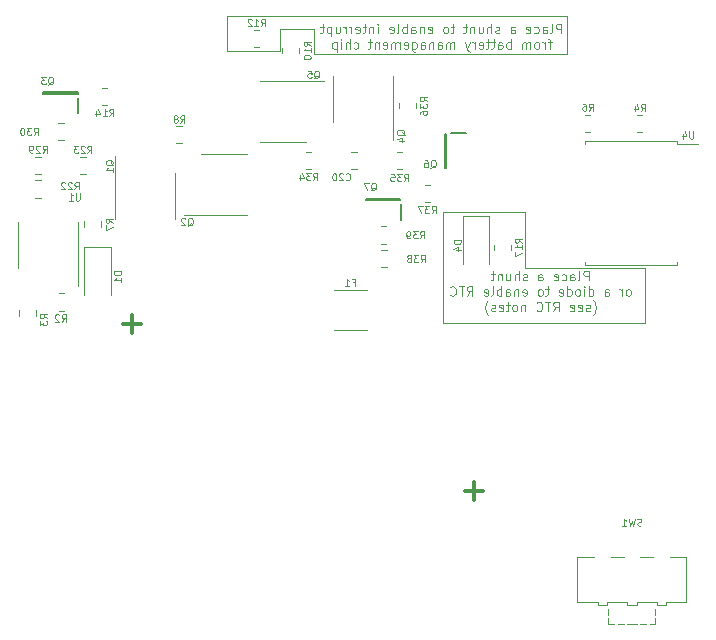
<source format=gbo>
G04 #@! TF.GenerationSoftware,KiCad,Pcbnew,5.1.10-88a1d61d58~90~ubuntu20.04.1*
G04 #@! TF.CreationDate,2021-09-24T13:56:54+03:00*
G04 #@! TF.ProjectId,PiUPS,50695550-532e-46b6-9963-61645f706362,rev?*
G04 #@! TF.SameCoordinates,Original*
G04 #@! TF.FileFunction,Legend,Bot*
G04 #@! TF.FilePolarity,Positive*
%FSLAX46Y46*%
G04 Gerber Fmt 4.6, Leading zero omitted, Abs format (unit mm)*
G04 Created by KiCad (PCBNEW 5.1.10-88a1d61d58~90~ubuntu20.04.1) date 2021-09-24 13:56:54*
%MOMM*%
%LPD*%
G01*
G04 APERTURE LIST*
%ADD10C,0.300000*%
%ADD11C,0.120000*%
%ADD12C,0.100000*%
%ADD13C,0.200000*%
%ADD14R,0.600000X1.300000*%
%ADD15R,1.300000X0.600000*%
%ADD16C,0.300000*%
%ADD17C,0.900000*%
%ADD18R,1.250000X2.500000*%
%ADD19C,1.750000*%
%ADD20R,1.750000X1.750000*%
%ADD21C,2.750000*%
%ADD22O,1.980000X3.960000*%
%ADD23R,1.980000X3.960000*%
%ADD24C,1.600000*%
%ADD25R,1.600000X1.600000*%
%ADD26C,3.000000*%
%ADD27O,3.960000X1.980000*%
%ADD28R,3.960000X1.980000*%
%ADD29O,1.900000X1.050000*%
%ADD30C,0.600000*%
%ADD31O,0.900000X1.700000*%
%ADD32O,0.900000X2.000000*%
%ADD33C,2.390000*%
%ADD34C,3.450000*%
G04 APERTURE END LIST*
D10*
X75613095Y-99507142D02*
X77136904Y-99507142D01*
X76375000Y-98745238D02*
X76375000Y-100269047D01*
X104638095Y-113657142D02*
X106161904Y-113657142D01*
X105400000Y-112895238D02*
X105400000Y-114419047D01*
D11*
X113200000Y-73375000D02*
X113200000Y-73950000D01*
X84425000Y-73375000D02*
X113200000Y-73375000D01*
X84425000Y-76400000D02*
X84425000Y-73375000D01*
X88900000Y-76400000D02*
X84425000Y-76400000D01*
X88900000Y-74525000D02*
X88900000Y-76400000D01*
X91775000Y-74525000D02*
X88900000Y-74525000D01*
X91775000Y-76650000D02*
X91775000Y-74525000D01*
X113200000Y-76650000D02*
X91775000Y-76650000D01*
X113200000Y-73950000D02*
X113200000Y-76650000D01*
D12*
X112733333Y-74861904D02*
X112733333Y-74061904D01*
X112428571Y-74061904D01*
X112352380Y-74100000D01*
X112314285Y-74138095D01*
X112276190Y-74214285D01*
X112276190Y-74328571D01*
X112314285Y-74404761D01*
X112352380Y-74442857D01*
X112428571Y-74480952D01*
X112733333Y-74480952D01*
X111819047Y-74861904D02*
X111895238Y-74823809D01*
X111933333Y-74747619D01*
X111933333Y-74061904D01*
X111171428Y-74861904D02*
X111171428Y-74442857D01*
X111209523Y-74366666D01*
X111285714Y-74328571D01*
X111438095Y-74328571D01*
X111514285Y-74366666D01*
X111171428Y-74823809D02*
X111247619Y-74861904D01*
X111438095Y-74861904D01*
X111514285Y-74823809D01*
X111552380Y-74747619D01*
X111552380Y-74671428D01*
X111514285Y-74595238D01*
X111438095Y-74557142D01*
X111247619Y-74557142D01*
X111171428Y-74519047D01*
X110447619Y-74823809D02*
X110523809Y-74861904D01*
X110676190Y-74861904D01*
X110752380Y-74823809D01*
X110790476Y-74785714D01*
X110828571Y-74709523D01*
X110828571Y-74480952D01*
X110790476Y-74404761D01*
X110752380Y-74366666D01*
X110676190Y-74328571D01*
X110523809Y-74328571D01*
X110447619Y-74366666D01*
X109800000Y-74823809D02*
X109876190Y-74861904D01*
X110028571Y-74861904D01*
X110104761Y-74823809D01*
X110142857Y-74747619D01*
X110142857Y-74442857D01*
X110104761Y-74366666D01*
X110028571Y-74328571D01*
X109876190Y-74328571D01*
X109800000Y-74366666D01*
X109761904Y-74442857D01*
X109761904Y-74519047D01*
X110142857Y-74595238D01*
X108466666Y-74861904D02*
X108466666Y-74442857D01*
X108504761Y-74366666D01*
X108580952Y-74328571D01*
X108733333Y-74328571D01*
X108809523Y-74366666D01*
X108466666Y-74823809D02*
X108542857Y-74861904D01*
X108733333Y-74861904D01*
X108809523Y-74823809D01*
X108847619Y-74747619D01*
X108847619Y-74671428D01*
X108809523Y-74595238D01*
X108733333Y-74557142D01*
X108542857Y-74557142D01*
X108466666Y-74519047D01*
X107514285Y-74823809D02*
X107438095Y-74861904D01*
X107285714Y-74861904D01*
X107209523Y-74823809D01*
X107171428Y-74747619D01*
X107171428Y-74709523D01*
X107209523Y-74633333D01*
X107285714Y-74595238D01*
X107400000Y-74595238D01*
X107476190Y-74557142D01*
X107514285Y-74480952D01*
X107514285Y-74442857D01*
X107476190Y-74366666D01*
X107400000Y-74328571D01*
X107285714Y-74328571D01*
X107209523Y-74366666D01*
X106828571Y-74861904D02*
X106828571Y-74061904D01*
X106485714Y-74861904D02*
X106485714Y-74442857D01*
X106523809Y-74366666D01*
X106600000Y-74328571D01*
X106714285Y-74328571D01*
X106790476Y-74366666D01*
X106828571Y-74404761D01*
X105761904Y-74328571D02*
X105761904Y-74861904D01*
X106104761Y-74328571D02*
X106104761Y-74747619D01*
X106066666Y-74823809D01*
X105990476Y-74861904D01*
X105876190Y-74861904D01*
X105800000Y-74823809D01*
X105761904Y-74785714D01*
X105380952Y-74328571D02*
X105380952Y-74861904D01*
X105380952Y-74404761D02*
X105342857Y-74366666D01*
X105266666Y-74328571D01*
X105152380Y-74328571D01*
X105076190Y-74366666D01*
X105038095Y-74442857D01*
X105038095Y-74861904D01*
X104771428Y-74328571D02*
X104466666Y-74328571D01*
X104657142Y-74061904D02*
X104657142Y-74747619D01*
X104619047Y-74823809D01*
X104542857Y-74861904D01*
X104466666Y-74861904D01*
X103704761Y-74328571D02*
X103400000Y-74328571D01*
X103590476Y-74061904D02*
X103590476Y-74747619D01*
X103552380Y-74823809D01*
X103476190Y-74861904D01*
X103400000Y-74861904D01*
X103019047Y-74861904D02*
X103095238Y-74823809D01*
X103133333Y-74785714D01*
X103171428Y-74709523D01*
X103171428Y-74480952D01*
X103133333Y-74404761D01*
X103095238Y-74366666D01*
X103019047Y-74328571D01*
X102904761Y-74328571D01*
X102828571Y-74366666D01*
X102790476Y-74404761D01*
X102752380Y-74480952D01*
X102752380Y-74709523D01*
X102790476Y-74785714D01*
X102828571Y-74823809D01*
X102904761Y-74861904D01*
X103019047Y-74861904D01*
X101495238Y-74823809D02*
X101571428Y-74861904D01*
X101723809Y-74861904D01*
X101800000Y-74823809D01*
X101838095Y-74747619D01*
X101838095Y-74442857D01*
X101800000Y-74366666D01*
X101723809Y-74328571D01*
X101571428Y-74328571D01*
X101495238Y-74366666D01*
X101457142Y-74442857D01*
X101457142Y-74519047D01*
X101838095Y-74595238D01*
X101114285Y-74328571D02*
X101114285Y-74861904D01*
X101114285Y-74404761D02*
X101076190Y-74366666D01*
X101000000Y-74328571D01*
X100885714Y-74328571D01*
X100809523Y-74366666D01*
X100771428Y-74442857D01*
X100771428Y-74861904D01*
X100047619Y-74861904D02*
X100047619Y-74442857D01*
X100085714Y-74366666D01*
X100161904Y-74328571D01*
X100314285Y-74328571D01*
X100390476Y-74366666D01*
X100047619Y-74823809D02*
X100123809Y-74861904D01*
X100314285Y-74861904D01*
X100390476Y-74823809D01*
X100428571Y-74747619D01*
X100428571Y-74671428D01*
X100390476Y-74595238D01*
X100314285Y-74557142D01*
X100123809Y-74557142D01*
X100047619Y-74519047D01*
X99666666Y-74861904D02*
X99666666Y-74061904D01*
X99666666Y-74366666D02*
X99590476Y-74328571D01*
X99438095Y-74328571D01*
X99361904Y-74366666D01*
X99323809Y-74404761D01*
X99285714Y-74480952D01*
X99285714Y-74709523D01*
X99323809Y-74785714D01*
X99361904Y-74823809D01*
X99438095Y-74861904D01*
X99590476Y-74861904D01*
X99666666Y-74823809D01*
X98828571Y-74861904D02*
X98904761Y-74823809D01*
X98942857Y-74747619D01*
X98942857Y-74061904D01*
X98219047Y-74823809D02*
X98295238Y-74861904D01*
X98447619Y-74861904D01*
X98523809Y-74823809D01*
X98561904Y-74747619D01*
X98561904Y-74442857D01*
X98523809Y-74366666D01*
X98447619Y-74328571D01*
X98295238Y-74328571D01*
X98219047Y-74366666D01*
X98180952Y-74442857D01*
X98180952Y-74519047D01*
X98561904Y-74595238D01*
X97228571Y-74861904D02*
X97228571Y-74328571D01*
X97228571Y-74061904D02*
X97266666Y-74100000D01*
X97228571Y-74138095D01*
X97190476Y-74100000D01*
X97228571Y-74061904D01*
X97228571Y-74138095D01*
X96847619Y-74328571D02*
X96847619Y-74861904D01*
X96847619Y-74404761D02*
X96809523Y-74366666D01*
X96733333Y-74328571D01*
X96619047Y-74328571D01*
X96542857Y-74366666D01*
X96504761Y-74442857D01*
X96504761Y-74861904D01*
X96238095Y-74328571D02*
X95933333Y-74328571D01*
X96123809Y-74061904D02*
X96123809Y-74747619D01*
X96085714Y-74823809D01*
X96009523Y-74861904D01*
X95933333Y-74861904D01*
X95361904Y-74823809D02*
X95438095Y-74861904D01*
X95590476Y-74861904D01*
X95666666Y-74823809D01*
X95704761Y-74747619D01*
X95704761Y-74442857D01*
X95666666Y-74366666D01*
X95590476Y-74328571D01*
X95438095Y-74328571D01*
X95361904Y-74366666D01*
X95323809Y-74442857D01*
X95323809Y-74519047D01*
X95704761Y-74595238D01*
X94980952Y-74861904D02*
X94980952Y-74328571D01*
X94980952Y-74480952D02*
X94942857Y-74404761D01*
X94904761Y-74366666D01*
X94828571Y-74328571D01*
X94752380Y-74328571D01*
X94485714Y-74861904D02*
X94485714Y-74328571D01*
X94485714Y-74480952D02*
X94447619Y-74404761D01*
X94409523Y-74366666D01*
X94333333Y-74328571D01*
X94257142Y-74328571D01*
X93647619Y-74328571D02*
X93647619Y-74861904D01*
X93990476Y-74328571D02*
X93990476Y-74747619D01*
X93952380Y-74823809D01*
X93876190Y-74861904D01*
X93761904Y-74861904D01*
X93685714Y-74823809D01*
X93647619Y-74785714D01*
X93266666Y-74328571D02*
X93266666Y-75128571D01*
X93266666Y-74366666D02*
X93190476Y-74328571D01*
X93038095Y-74328571D01*
X92961904Y-74366666D01*
X92923809Y-74404761D01*
X92885714Y-74480952D01*
X92885714Y-74709523D01*
X92923809Y-74785714D01*
X92961904Y-74823809D01*
X93038095Y-74861904D01*
X93190476Y-74861904D01*
X93266666Y-74823809D01*
X92657142Y-74328571D02*
X92352380Y-74328571D01*
X92542857Y-74061904D02*
X92542857Y-74747619D01*
X92504761Y-74823809D01*
X92428571Y-74861904D01*
X92352380Y-74861904D01*
X111933333Y-75628571D02*
X111628571Y-75628571D01*
X111819047Y-76161904D02*
X111819047Y-75476190D01*
X111780952Y-75400000D01*
X111704761Y-75361904D01*
X111628571Y-75361904D01*
X111361904Y-76161904D02*
X111361904Y-75628571D01*
X111361904Y-75780952D02*
X111323809Y-75704761D01*
X111285714Y-75666666D01*
X111209523Y-75628571D01*
X111133333Y-75628571D01*
X110752380Y-76161904D02*
X110828571Y-76123809D01*
X110866666Y-76085714D01*
X110904761Y-76009523D01*
X110904761Y-75780952D01*
X110866666Y-75704761D01*
X110828571Y-75666666D01*
X110752380Y-75628571D01*
X110638095Y-75628571D01*
X110561904Y-75666666D01*
X110523809Y-75704761D01*
X110485714Y-75780952D01*
X110485714Y-76009523D01*
X110523809Y-76085714D01*
X110561904Y-76123809D01*
X110638095Y-76161904D01*
X110752380Y-76161904D01*
X110142857Y-76161904D02*
X110142857Y-75628571D01*
X110142857Y-75704761D02*
X110104761Y-75666666D01*
X110028571Y-75628571D01*
X109914285Y-75628571D01*
X109838095Y-75666666D01*
X109800000Y-75742857D01*
X109800000Y-76161904D01*
X109800000Y-75742857D02*
X109761904Y-75666666D01*
X109685714Y-75628571D01*
X109571428Y-75628571D01*
X109495238Y-75666666D01*
X109457142Y-75742857D01*
X109457142Y-76161904D01*
X108466666Y-76161904D02*
X108466666Y-75361904D01*
X108466666Y-75666666D02*
X108390476Y-75628571D01*
X108238095Y-75628571D01*
X108161904Y-75666666D01*
X108123809Y-75704761D01*
X108085714Y-75780952D01*
X108085714Y-76009523D01*
X108123809Y-76085714D01*
X108161904Y-76123809D01*
X108238095Y-76161904D01*
X108390476Y-76161904D01*
X108466666Y-76123809D01*
X107400000Y-76161904D02*
X107400000Y-75742857D01*
X107438095Y-75666666D01*
X107514285Y-75628571D01*
X107666666Y-75628571D01*
X107742857Y-75666666D01*
X107400000Y-76123809D02*
X107476190Y-76161904D01*
X107666666Y-76161904D01*
X107742857Y-76123809D01*
X107780952Y-76047619D01*
X107780952Y-75971428D01*
X107742857Y-75895238D01*
X107666666Y-75857142D01*
X107476190Y-75857142D01*
X107400000Y-75819047D01*
X107133333Y-75628571D02*
X106828571Y-75628571D01*
X107019047Y-75361904D02*
X107019047Y-76047619D01*
X106980952Y-76123809D01*
X106904761Y-76161904D01*
X106828571Y-76161904D01*
X106676190Y-75628571D02*
X106371428Y-75628571D01*
X106561904Y-75361904D02*
X106561904Y-76047619D01*
X106523809Y-76123809D01*
X106447619Y-76161904D01*
X106371428Y-76161904D01*
X105800000Y-76123809D02*
X105876190Y-76161904D01*
X106028571Y-76161904D01*
X106104761Y-76123809D01*
X106142857Y-76047619D01*
X106142857Y-75742857D01*
X106104761Y-75666666D01*
X106028571Y-75628571D01*
X105876190Y-75628571D01*
X105800000Y-75666666D01*
X105761904Y-75742857D01*
X105761904Y-75819047D01*
X106142857Y-75895238D01*
X105419047Y-76161904D02*
X105419047Y-75628571D01*
X105419047Y-75780952D02*
X105380952Y-75704761D01*
X105342857Y-75666666D01*
X105266666Y-75628571D01*
X105190476Y-75628571D01*
X105000000Y-75628571D02*
X104809523Y-76161904D01*
X104619047Y-75628571D02*
X104809523Y-76161904D01*
X104885714Y-76352380D01*
X104923809Y-76390476D01*
X105000000Y-76428571D01*
X103704761Y-76161904D02*
X103704761Y-75628571D01*
X103704761Y-75704761D02*
X103666666Y-75666666D01*
X103590476Y-75628571D01*
X103476190Y-75628571D01*
X103400000Y-75666666D01*
X103361904Y-75742857D01*
X103361904Y-76161904D01*
X103361904Y-75742857D02*
X103323809Y-75666666D01*
X103247619Y-75628571D01*
X103133333Y-75628571D01*
X103057142Y-75666666D01*
X103019047Y-75742857D01*
X103019047Y-76161904D01*
X102295238Y-76161904D02*
X102295238Y-75742857D01*
X102333333Y-75666666D01*
X102409523Y-75628571D01*
X102561904Y-75628571D01*
X102638095Y-75666666D01*
X102295238Y-76123809D02*
X102371428Y-76161904D01*
X102561904Y-76161904D01*
X102638095Y-76123809D01*
X102676190Y-76047619D01*
X102676190Y-75971428D01*
X102638095Y-75895238D01*
X102561904Y-75857142D01*
X102371428Y-75857142D01*
X102295238Y-75819047D01*
X101914285Y-75628571D02*
X101914285Y-76161904D01*
X101914285Y-75704761D02*
X101876190Y-75666666D01*
X101800000Y-75628571D01*
X101685714Y-75628571D01*
X101609523Y-75666666D01*
X101571428Y-75742857D01*
X101571428Y-76161904D01*
X100847619Y-76161904D02*
X100847619Y-75742857D01*
X100885714Y-75666666D01*
X100961904Y-75628571D01*
X101114285Y-75628571D01*
X101190476Y-75666666D01*
X100847619Y-76123809D02*
X100923809Y-76161904D01*
X101114285Y-76161904D01*
X101190476Y-76123809D01*
X101228571Y-76047619D01*
X101228571Y-75971428D01*
X101190476Y-75895238D01*
X101114285Y-75857142D01*
X100923809Y-75857142D01*
X100847619Y-75819047D01*
X100123809Y-75628571D02*
X100123809Y-76276190D01*
X100161904Y-76352380D01*
X100200000Y-76390476D01*
X100276190Y-76428571D01*
X100390476Y-76428571D01*
X100466666Y-76390476D01*
X100123809Y-76123809D02*
X100200000Y-76161904D01*
X100352380Y-76161904D01*
X100428571Y-76123809D01*
X100466666Y-76085714D01*
X100504761Y-76009523D01*
X100504761Y-75780952D01*
X100466666Y-75704761D01*
X100428571Y-75666666D01*
X100352380Y-75628571D01*
X100200000Y-75628571D01*
X100123809Y-75666666D01*
X99438095Y-76123809D02*
X99514285Y-76161904D01*
X99666666Y-76161904D01*
X99742857Y-76123809D01*
X99780952Y-76047619D01*
X99780952Y-75742857D01*
X99742857Y-75666666D01*
X99666666Y-75628571D01*
X99514285Y-75628571D01*
X99438095Y-75666666D01*
X99400000Y-75742857D01*
X99400000Y-75819047D01*
X99780952Y-75895238D01*
X99057142Y-76161904D02*
X99057142Y-75628571D01*
X99057142Y-75704761D02*
X99019047Y-75666666D01*
X98942857Y-75628571D01*
X98828571Y-75628571D01*
X98752380Y-75666666D01*
X98714285Y-75742857D01*
X98714285Y-76161904D01*
X98714285Y-75742857D02*
X98676190Y-75666666D01*
X98600000Y-75628571D01*
X98485714Y-75628571D01*
X98409523Y-75666666D01*
X98371428Y-75742857D01*
X98371428Y-76161904D01*
X97685714Y-76123809D02*
X97761904Y-76161904D01*
X97914285Y-76161904D01*
X97990476Y-76123809D01*
X98028571Y-76047619D01*
X98028571Y-75742857D01*
X97990476Y-75666666D01*
X97914285Y-75628571D01*
X97761904Y-75628571D01*
X97685714Y-75666666D01*
X97647619Y-75742857D01*
X97647619Y-75819047D01*
X98028571Y-75895238D01*
X97304761Y-75628571D02*
X97304761Y-76161904D01*
X97304761Y-75704761D02*
X97266666Y-75666666D01*
X97190476Y-75628571D01*
X97076190Y-75628571D01*
X97000000Y-75666666D01*
X96961904Y-75742857D01*
X96961904Y-76161904D01*
X96695238Y-75628571D02*
X96390476Y-75628571D01*
X96580952Y-75361904D02*
X96580952Y-76047619D01*
X96542857Y-76123809D01*
X96466666Y-76161904D01*
X96390476Y-76161904D01*
X95171428Y-76123809D02*
X95247619Y-76161904D01*
X95400000Y-76161904D01*
X95476190Y-76123809D01*
X95514285Y-76085714D01*
X95552380Y-76009523D01*
X95552380Y-75780952D01*
X95514285Y-75704761D01*
X95476190Y-75666666D01*
X95400000Y-75628571D01*
X95247619Y-75628571D01*
X95171428Y-75666666D01*
X94828571Y-76161904D02*
X94828571Y-75361904D01*
X94485714Y-76161904D02*
X94485714Y-75742857D01*
X94523809Y-75666666D01*
X94600000Y-75628571D01*
X94714285Y-75628571D01*
X94790476Y-75666666D01*
X94828571Y-75704761D01*
X94104761Y-76161904D02*
X94104761Y-75628571D01*
X94104761Y-75361904D02*
X94142857Y-75400000D01*
X94104761Y-75438095D01*
X94066666Y-75400000D01*
X94104761Y-75361904D01*
X94104761Y-75438095D01*
X93723809Y-75628571D02*
X93723809Y-76428571D01*
X93723809Y-75666666D02*
X93647619Y-75628571D01*
X93495238Y-75628571D01*
X93419047Y-75666666D01*
X93380952Y-75704761D01*
X93342857Y-75780952D01*
X93342857Y-76009523D01*
X93380952Y-76085714D01*
X93419047Y-76123809D01*
X93495238Y-76161904D01*
X93647619Y-76161904D01*
X93723809Y-76123809D01*
D11*
X102775000Y-89975000D02*
X102775000Y-90250000D01*
X109700000Y-89975000D02*
X102775000Y-89975000D01*
X109700000Y-94725000D02*
X109700000Y-89975000D01*
X119875000Y-94725000D02*
X109700000Y-94725000D01*
X119875000Y-99350000D02*
X119875000Y-94725000D01*
X102775000Y-99350000D02*
X119875000Y-99350000D01*
X102775000Y-90250000D02*
X102775000Y-99350000D01*
D12*
X115076190Y-95786904D02*
X115076190Y-94986904D01*
X114771428Y-94986904D01*
X114695238Y-95025000D01*
X114657142Y-95063095D01*
X114619047Y-95139285D01*
X114619047Y-95253571D01*
X114657142Y-95329761D01*
X114695238Y-95367857D01*
X114771428Y-95405952D01*
X115076190Y-95405952D01*
X114161904Y-95786904D02*
X114238095Y-95748809D01*
X114276190Y-95672619D01*
X114276190Y-94986904D01*
X113514285Y-95786904D02*
X113514285Y-95367857D01*
X113552380Y-95291666D01*
X113628571Y-95253571D01*
X113780952Y-95253571D01*
X113857142Y-95291666D01*
X113514285Y-95748809D02*
X113590476Y-95786904D01*
X113780952Y-95786904D01*
X113857142Y-95748809D01*
X113895238Y-95672619D01*
X113895238Y-95596428D01*
X113857142Y-95520238D01*
X113780952Y-95482142D01*
X113590476Y-95482142D01*
X113514285Y-95444047D01*
X112790476Y-95748809D02*
X112866666Y-95786904D01*
X113019047Y-95786904D01*
X113095238Y-95748809D01*
X113133333Y-95710714D01*
X113171428Y-95634523D01*
X113171428Y-95405952D01*
X113133333Y-95329761D01*
X113095238Y-95291666D01*
X113019047Y-95253571D01*
X112866666Y-95253571D01*
X112790476Y-95291666D01*
X112142857Y-95748809D02*
X112219047Y-95786904D01*
X112371428Y-95786904D01*
X112447619Y-95748809D01*
X112485714Y-95672619D01*
X112485714Y-95367857D01*
X112447619Y-95291666D01*
X112371428Y-95253571D01*
X112219047Y-95253571D01*
X112142857Y-95291666D01*
X112104761Y-95367857D01*
X112104761Y-95444047D01*
X112485714Y-95520238D01*
X110809523Y-95786904D02*
X110809523Y-95367857D01*
X110847619Y-95291666D01*
X110923809Y-95253571D01*
X111076190Y-95253571D01*
X111152380Y-95291666D01*
X110809523Y-95748809D02*
X110885714Y-95786904D01*
X111076190Y-95786904D01*
X111152380Y-95748809D01*
X111190476Y-95672619D01*
X111190476Y-95596428D01*
X111152380Y-95520238D01*
X111076190Y-95482142D01*
X110885714Y-95482142D01*
X110809523Y-95444047D01*
X109857142Y-95748809D02*
X109780952Y-95786904D01*
X109628571Y-95786904D01*
X109552380Y-95748809D01*
X109514285Y-95672619D01*
X109514285Y-95634523D01*
X109552380Y-95558333D01*
X109628571Y-95520238D01*
X109742857Y-95520238D01*
X109819047Y-95482142D01*
X109857142Y-95405952D01*
X109857142Y-95367857D01*
X109819047Y-95291666D01*
X109742857Y-95253571D01*
X109628571Y-95253571D01*
X109552380Y-95291666D01*
X109171428Y-95786904D02*
X109171428Y-94986904D01*
X108828571Y-95786904D02*
X108828571Y-95367857D01*
X108866666Y-95291666D01*
X108942857Y-95253571D01*
X109057142Y-95253571D01*
X109133333Y-95291666D01*
X109171428Y-95329761D01*
X108104761Y-95253571D02*
X108104761Y-95786904D01*
X108447619Y-95253571D02*
X108447619Y-95672619D01*
X108409523Y-95748809D01*
X108333333Y-95786904D01*
X108219047Y-95786904D01*
X108142857Y-95748809D01*
X108104761Y-95710714D01*
X107723809Y-95253571D02*
X107723809Y-95786904D01*
X107723809Y-95329761D02*
X107685714Y-95291666D01*
X107609523Y-95253571D01*
X107495238Y-95253571D01*
X107419047Y-95291666D01*
X107380952Y-95367857D01*
X107380952Y-95786904D01*
X107114285Y-95253571D02*
X106809523Y-95253571D01*
X107000000Y-94986904D02*
X107000000Y-95672619D01*
X106961904Y-95748809D01*
X106885714Y-95786904D01*
X106809523Y-95786904D01*
X118485714Y-97086904D02*
X118561904Y-97048809D01*
X118600000Y-97010714D01*
X118638095Y-96934523D01*
X118638095Y-96705952D01*
X118600000Y-96629761D01*
X118561904Y-96591666D01*
X118485714Y-96553571D01*
X118371428Y-96553571D01*
X118295238Y-96591666D01*
X118257142Y-96629761D01*
X118219047Y-96705952D01*
X118219047Y-96934523D01*
X118257142Y-97010714D01*
X118295238Y-97048809D01*
X118371428Y-97086904D01*
X118485714Y-97086904D01*
X117876190Y-97086904D02*
X117876190Y-96553571D01*
X117876190Y-96705952D02*
X117838095Y-96629761D01*
X117800000Y-96591666D01*
X117723809Y-96553571D01*
X117647619Y-96553571D01*
X116428571Y-97086904D02*
X116428571Y-96667857D01*
X116466666Y-96591666D01*
X116542857Y-96553571D01*
X116695238Y-96553571D01*
X116771428Y-96591666D01*
X116428571Y-97048809D02*
X116504761Y-97086904D01*
X116695238Y-97086904D01*
X116771428Y-97048809D01*
X116809523Y-96972619D01*
X116809523Y-96896428D01*
X116771428Y-96820238D01*
X116695238Y-96782142D01*
X116504761Y-96782142D01*
X116428571Y-96744047D01*
X115095238Y-97086904D02*
X115095238Y-96286904D01*
X115095238Y-97048809D02*
X115171428Y-97086904D01*
X115323809Y-97086904D01*
X115400000Y-97048809D01*
X115438095Y-97010714D01*
X115476190Y-96934523D01*
X115476190Y-96705952D01*
X115438095Y-96629761D01*
X115400000Y-96591666D01*
X115323809Y-96553571D01*
X115171428Y-96553571D01*
X115095238Y-96591666D01*
X114714285Y-97086904D02*
X114714285Y-96553571D01*
X114714285Y-96286904D02*
X114752380Y-96325000D01*
X114714285Y-96363095D01*
X114676190Y-96325000D01*
X114714285Y-96286904D01*
X114714285Y-96363095D01*
X114219047Y-97086904D02*
X114295238Y-97048809D01*
X114333333Y-97010714D01*
X114371428Y-96934523D01*
X114371428Y-96705952D01*
X114333333Y-96629761D01*
X114295238Y-96591666D01*
X114219047Y-96553571D01*
X114104761Y-96553571D01*
X114028571Y-96591666D01*
X113990476Y-96629761D01*
X113952380Y-96705952D01*
X113952380Y-96934523D01*
X113990476Y-97010714D01*
X114028571Y-97048809D01*
X114104761Y-97086904D01*
X114219047Y-97086904D01*
X113266666Y-97086904D02*
X113266666Y-96286904D01*
X113266666Y-97048809D02*
X113342857Y-97086904D01*
X113495238Y-97086904D01*
X113571428Y-97048809D01*
X113609523Y-97010714D01*
X113647619Y-96934523D01*
X113647619Y-96705952D01*
X113609523Y-96629761D01*
X113571428Y-96591666D01*
X113495238Y-96553571D01*
X113342857Y-96553571D01*
X113266666Y-96591666D01*
X112580952Y-97048809D02*
X112657142Y-97086904D01*
X112809523Y-97086904D01*
X112885714Y-97048809D01*
X112923809Y-96972619D01*
X112923809Y-96667857D01*
X112885714Y-96591666D01*
X112809523Y-96553571D01*
X112657142Y-96553571D01*
X112580952Y-96591666D01*
X112542857Y-96667857D01*
X112542857Y-96744047D01*
X112923809Y-96820238D01*
X111704761Y-96553571D02*
X111400000Y-96553571D01*
X111590476Y-96286904D02*
X111590476Y-96972619D01*
X111552380Y-97048809D01*
X111476190Y-97086904D01*
X111400000Y-97086904D01*
X111019047Y-97086904D02*
X111095238Y-97048809D01*
X111133333Y-97010714D01*
X111171428Y-96934523D01*
X111171428Y-96705952D01*
X111133333Y-96629761D01*
X111095238Y-96591666D01*
X111019047Y-96553571D01*
X110904761Y-96553571D01*
X110828571Y-96591666D01*
X110790476Y-96629761D01*
X110752380Y-96705952D01*
X110752380Y-96934523D01*
X110790476Y-97010714D01*
X110828571Y-97048809D01*
X110904761Y-97086904D01*
X111019047Y-97086904D01*
X109495238Y-97048809D02*
X109571428Y-97086904D01*
X109723809Y-97086904D01*
X109800000Y-97048809D01*
X109838095Y-96972619D01*
X109838095Y-96667857D01*
X109800000Y-96591666D01*
X109723809Y-96553571D01*
X109571428Y-96553571D01*
X109495238Y-96591666D01*
X109457142Y-96667857D01*
X109457142Y-96744047D01*
X109838095Y-96820238D01*
X109114285Y-96553571D02*
X109114285Y-97086904D01*
X109114285Y-96629761D02*
X109076190Y-96591666D01*
X109000000Y-96553571D01*
X108885714Y-96553571D01*
X108809523Y-96591666D01*
X108771428Y-96667857D01*
X108771428Y-97086904D01*
X108047619Y-97086904D02*
X108047619Y-96667857D01*
X108085714Y-96591666D01*
X108161904Y-96553571D01*
X108314285Y-96553571D01*
X108390476Y-96591666D01*
X108047619Y-97048809D02*
X108123809Y-97086904D01*
X108314285Y-97086904D01*
X108390476Y-97048809D01*
X108428571Y-96972619D01*
X108428571Y-96896428D01*
X108390476Y-96820238D01*
X108314285Y-96782142D01*
X108123809Y-96782142D01*
X108047619Y-96744047D01*
X107666666Y-97086904D02*
X107666666Y-96286904D01*
X107666666Y-96591666D02*
X107590476Y-96553571D01*
X107438095Y-96553571D01*
X107361904Y-96591666D01*
X107323809Y-96629761D01*
X107285714Y-96705952D01*
X107285714Y-96934523D01*
X107323809Y-97010714D01*
X107361904Y-97048809D01*
X107438095Y-97086904D01*
X107590476Y-97086904D01*
X107666666Y-97048809D01*
X106828571Y-97086904D02*
X106904761Y-97048809D01*
X106942857Y-96972619D01*
X106942857Y-96286904D01*
X106219047Y-97048809D02*
X106295238Y-97086904D01*
X106447619Y-97086904D01*
X106523809Y-97048809D01*
X106561904Y-96972619D01*
X106561904Y-96667857D01*
X106523809Y-96591666D01*
X106447619Y-96553571D01*
X106295238Y-96553571D01*
X106219047Y-96591666D01*
X106180952Y-96667857D01*
X106180952Y-96744047D01*
X106561904Y-96820238D01*
X104771428Y-97086904D02*
X105038095Y-96705952D01*
X105228571Y-97086904D02*
X105228571Y-96286904D01*
X104923809Y-96286904D01*
X104847619Y-96325000D01*
X104809523Y-96363095D01*
X104771428Y-96439285D01*
X104771428Y-96553571D01*
X104809523Y-96629761D01*
X104847619Y-96667857D01*
X104923809Y-96705952D01*
X105228571Y-96705952D01*
X104542857Y-96286904D02*
X104085714Y-96286904D01*
X104314285Y-97086904D02*
X104314285Y-96286904D01*
X103361904Y-97010714D02*
X103400000Y-97048809D01*
X103514285Y-97086904D01*
X103590476Y-97086904D01*
X103704761Y-97048809D01*
X103780952Y-96972619D01*
X103819047Y-96896428D01*
X103857142Y-96744047D01*
X103857142Y-96629761D01*
X103819047Y-96477380D01*
X103780952Y-96401190D01*
X103704761Y-96325000D01*
X103590476Y-96286904D01*
X103514285Y-96286904D01*
X103400000Y-96325000D01*
X103361904Y-96363095D01*
X115457142Y-98691666D02*
X115495238Y-98653571D01*
X115571428Y-98539285D01*
X115609523Y-98463095D01*
X115647619Y-98348809D01*
X115685714Y-98158333D01*
X115685714Y-98005952D01*
X115647619Y-97815476D01*
X115609523Y-97701190D01*
X115571428Y-97625000D01*
X115495238Y-97510714D01*
X115457142Y-97472619D01*
X115190476Y-98348809D02*
X115114285Y-98386904D01*
X114961904Y-98386904D01*
X114885714Y-98348809D01*
X114847619Y-98272619D01*
X114847619Y-98234523D01*
X114885714Y-98158333D01*
X114961904Y-98120238D01*
X115076190Y-98120238D01*
X115152380Y-98082142D01*
X115190476Y-98005952D01*
X115190476Y-97967857D01*
X115152380Y-97891666D01*
X115076190Y-97853571D01*
X114961904Y-97853571D01*
X114885714Y-97891666D01*
X114200000Y-98348809D02*
X114276190Y-98386904D01*
X114428571Y-98386904D01*
X114504761Y-98348809D01*
X114542857Y-98272619D01*
X114542857Y-97967857D01*
X114504761Y-97891666D01*
X114428571Y-97853571D01*
X114276190Y-97853571D01*
X114200000Y-97891666D01*
X114161904Y-97967857D01*
X114161904Y-98044047D01*
X114542857Y-98120238D01*
X113514285Y-98348809D02*
X113590476Y-98386904D01*
X113742857Y-98386904D01*
X113819047Y-98348809D01*
X113857142Y-98272619D01*
X113857142Y-97967857D01*
X113819047Y-97891666D01*
X113742857Y-97853571D01*
X113590476Y-97853571D01*
X113514285Y-97891666D01*
X113476190Y-97967857D01*
X113476190Y-98044047D01*
X113857142Y-98120238D01*
X112066666Y-98386904D02*
X112333333Y-98005952D01*
X112523809Y-98386904D02*
X112523809Y-97586904D01*
X112219047Y-97586904D01*
X112142857Y-97625000D01*
X112104761Y-97663095D01*
X112066666Y-97739285D01*
X112066666Y-97853571D01*
X112104761Y-97929761D01*
X112142857Y-97967857D01*
X112219047Y-98005952D01*
X112523809Y-98005952D01*
X111838095Y-97586904D02*
X111380952Y-97586904D01*
X111609523Y-98386904D02*
X111609523Y-97586904D01*
X110657142Y-98310714D02*
X110695238Y-98348809D01*
X110809523Y-98386904D01*
X110885714Y-98386904D01*
X111000000Y-98348809D01*
X111076190Y-98272619D01*
X111114285Y-98196428D01*
X111152380Y-98044047D01*
X111152380Y-97929761D01*
X111114285Y-97777380D01*
X111076190Y-97701190D01*
X111000000Y-97625000D01*
X110885714Y-97586904D01*
X110809523Y-97586904D01*
X110695238Y-97625000D01*
X110657142Y-97663095D01*
X109704761Y-97853571D02*
X109704761Y-98386904D01*
X109704761Y-97929761D02*
X109666666Y-97891666D01*
X109590476Y-97853571D01*
X109476190Y-97853571D01*
X109400000Y-97891666D01*
X109361904Y-97967857D01*
X109361904Y-98386904D01*
X108866666Y-98386904D02*
X108942857Y-98348809D01*
X108980952Y-98310714D01*
X109019047Y-98234523D01*
X109019047Y-98005952D01*
X108980952Y-97929761D01*
X108942857Y-97891666D01*
X108866666Y-97853571D01*
X108752380Y-97853571D01*
X108676190Y-97891666D01*
X108638095Y-97929761D01*
X108600000Y-98005952D01*
X108600000Y-98234523D01*
X108638095Y-98310714D01*
X108676190Y-98348809D01*
X108752380Y-98386904D01*
X108866666Y-98386904D01*
X108371428Y-97853571D02*
X108066666Y-97853571D01*
X108257142Y-97586904D02*
X108257142Y-98272619D01*
X108219047Y-98348809D01*
X108142857Y-98386904D01*
X108066666Y-98386904D01*
X107495238Y-98348809D02*
X107571428Y-98386904D01*
X107723809Y-98386904D01*
X107800000Y-98348809D01*
X107838095Y-98272619D01*
X107838095Y-97967857D01*
X107800000Y-97891666D01*
X107723809Y-97853571D01*
X107571428Y-97853571D01*
X107495238Y-97891666D01*
X107457142Y-97967857D01*
X107457142Y-98044047D01*
X107838095Y-98120238D01*
X107152380Y-98348809D02*
X107076190Y-98386904D01*
X106923809Y-98386904D01*
X106847619Y-98348809D01*
X106809523Y-98272619D01*
X106809523Y-98234523D01*
X106847619Y-98158333D01*
X106923809Y-98120238D01*
X107038095Y-98120238D01*
X107114285Y-98082142D01*
X107152380Y-98005952D01*
X107152380Y-97967857D01*
X107114285Y-97891666D01*
X107038095Y-97853571D01*
X106923809Y-97853571D01*
X106847619Y-97891666D01*
X106542857Y-98691666D02*
X106504761Y-98653571D01*
X106428571Y-98539285D01*
X106390476Y-98463095D01*
X106352380Y-98348809D01*
X106314285Y-98158333D01*
X106314285Y-98005952D01*
X106352380Y-97815476D01*
X106390476Y-97701190D01*
X106428571Y-97625000D01*
X106504761Y-97510714D01*
X106542857Y-97472619D01*
D13*
X99180000Y-90650000D02*
X99180000Y-89350000D01*
X96220000Y-89000000D02*
X99140000Y-89000000D01*
X96220000Y-88900000D02*
X96220000Y-89000000D01*
X99140000Y-88900000D02*
X96220000Y-88900000D01*
X99140000Y-89000000D02*
X99140000Y-88900000D01*
X104680000Y-83330000D02*
X103380000Y-83330000D01*
X103030000Y-86290000D02*
X103030000Y-83370000D01*
X102930000Y-86290000D02*
X103030000Y-86290000D01*
X102930000Y-83370000D02*
X102930000Y-86290000D01*
X103030000Y-83370000D02*
X102930000Y-83370000D01*
X71860000Y-81620000D02*
X71860000Y-80320000D01*
X68900000Y-79970000D02*
X71820000Y-79970000D01*
X68900000Y-79870000D02*
X68900000Y-79970000D01*
X71820000Y-79870000D02*
X68900000Y-79870000D01*
X71820000Y-79970000D02*
X71820000Y-79870000D01*
D11*
X86722936Y-74565000D02*
X87177064Y-74565000D01*
X86722936Y-76035000D02*
X87177064Y-76035000D01*
X122510000Y-84250000D02*
X124325000Y-84250000D01*
X122510000Y-83995000D02*
X122510000Y-84250000D01*
X118650000Y-83995000D02*
X122510000Y-83995000D01*
X114790000Y-83995000D02*
X114790000Y-84250000D01*
X118650000Y-83995000D02*
X114790000Y-83995000D01*
X122510000Y-94515000D02*
X122510000Y-94260000D01*
X118650000Y-94515000D02*
X122510000Y-94515000D01*
X114790000Y-94515000D02*
X114790000Y-94260000D01*
X118650000Y-94515000D02*
X114790000Y-94515000D01*
X71855000Y-92825000D02*
X71855000Y-96275000D01*
X71855000Y-92825000D02*
X71855000Y-90875000D01*
X66735000Y-92825000D02*
X66735000Y-94775000D01*
X66735000Y-92825000D02*
X66735000Y-90875000D01*
X119125000Y-124880000D02*
X119125000Y-124880000D01*
X118325000Y-124880000D02*
X119125000Y-124880000D01*
X118025000Y-124880000D02*
X118025000Y-124880000D01*
X117525000Y-124880000D02*
X118025000Y-124880000D01*
X119425000Y-124880000D02*
X119425000Y-124880000D01*
X119925000Y-124880000D02*
X119425000Y-124880000D01*
X120725000Y-123580000D02*
X120725000Y-123580000D01*
X120725000Y-124080000D02*
X120725000Y-123580000D01*
X116725000Y-123580000D02*
X116725000Y-123580000D01*
X116725000Y-124080000D02*
X116725000Y-123580000D01*
X116725000Y-124380000D02*
X116725000Y-124380000D01*
X116725000Y-124880000D02*
X116725000Y-124380000D01*
X117225000Y-124880000D02*
X117225000Y-124880000D01*
X116725000Y-124880000D02*
X117225000Y-124880000D01*
X120225000Y-124880000D02*
X120225000Y-124880000D01*
X120725000Y-124880000D02*
X120225000Y-124880000D01*
X120725000Y-124380000D02*
X120725000Y-124380000D01*
X120725000Y-124880000D02*
X120725000Y-124380000D01*
X123325000Y-122980000D02*
X123325000Y-122980000D01*
X121625000Y-122980000D02*
X123325000Y-122980000D01*
X121625000Y-123280000D02*
X121625000Y-122980000D01*
X120825000Y-123280000D02*
X121625000Y-123280000D01*
X120825000Y-122980000D02*
X120825000Y-123280000D01*
X119125000Y-122980000D02*
X120825000Y-122980000D01*
X119125000Y-123280000D02*
X119125000Y-122980000D01*
X118325000Y-123280000D02*
X119125000Y-123280000D01*
X118325000Y-122980000D02*
X118325000Y-123280000D01*
X116625000Y-122980000D02*
X118325000Y-122980000D01*
X116625000Y-123280000D02*
X116625000Y-122980000D01*
X115825000Y-123280000D02*
X116625000Y-123280000D01*
X115825000Y-122980000D02*
X115825000Y-123280000D01*
X114125000Y-122980000D02*
X115825000Y-122980000D01*
X120525000Y-119180000D02*
X120525000Y-119180000D01*
X119425000Y-119180000D02*
X120525000Y-119180000D01*
X118025000Y-119180000D02*
X118025000Y-119180000D01*
X116925000Y-119180000D02*
X118025000Y-119180000D01*
X123325000Y-119180000D02*
X121925000Y-119180000D01*
X123325000Y-122980000D02*
X123325000Y-119180000D01*
X114125000Y-119180000D02*
X114125000Y-122980000D01*
X115525000Y-119180000D02*
X114125000Y-119180000D01*
X108495000Y-92752936D02*
X108495000Y-93207064D01*
X107025000Y-92752936D02*
X107025000Y-93207064D01*
X90585000Y-76072936D02*
X90585000Y-76527064D01*
X89115000Y-76072936D02*
X89115000Y-76527064D01*
X114772936Y-81765000D02*
X115227064Y-81765000D01*
X114772936Y-83235000D02*
X115227064Y-83235000D01*
X119172936Y-81765000D02*
X119627064Y-81765000D01*
X119172936Y-83235000D02*
X119627064Y-83235000D01*
X91577064Y-86385000D02*
X91122936Y-86385000D01*
X91577064Y-84915000D02*
X91122936Y-84915000D01*
X80172936Y-82715000D02*
X80627064Y-82715000D01*
X80172936Y-84185000D02*
X80627064Y-84185000D01*
X99277064Y-86385000D02*
X98822936Y-86385000D01*
X99277064Y-84915000D02*
X98822936Y-84915000D01*
X73872936Y-79465000D02*
X74327064Y-79465000D01*
X73872936Y-80935000D02*
X74327064Y-80935000D01*
X70627064Y-83935000D02*
X70172936Y-83935000D01*
X70627064Y-82465000D02*
X70172936Y-82465000D01*
X101172936Y-87715000D02*
X101627064Y-87715000D01*
X101172936Y-89185000D02*
X101627064Y-89185000D01*
X72477064Y-86785000D02*
X72022936Y-86785000D01*
X72477064Y-85315000D02*
X72022936Y-85315000D01*
X99015000Y-81227064D02*
X99015000Y-80772936D01*
X100485000Y-81227064D02*
X100485000Y-80772936D01*
X97472936Y-91215000D02*
X97927064Y-91215000D01*
X97472936Y-92685000D02*
X97927064Y-92685000D01*
X97522936Y-93215000D02*
X97977064Y-93215000D01*
X97522936Y-94685000D02*
X97977064Y-94685000D01*
X70222936Y-96865000D02*
X70677064Y-96865000D01*
X70222936Y-98335000D02*
X70677064Y-98335000D01*
X68285000Y-98322936D02*
X68285000Y-98777064D01*
X66815000Y-98322936D02*
X66815000Y-98777064D01*
X68677064Y-86785000D02*
X68222936Y-86785000D01*
X68677064Y-85315000D02*
X68222936Y-85315000D01*
X68222936Y-87315000D02*
X68677064Y-87315000D01*
X68222936Y-88785000D02*
X68677064Y-88785000D01*
X72315000Y-91227064D02*
X72315000Y-90772936D01*
X73785000Y-91227064D02*
X73785000Y-90772936D01*
X89200000Y-78910000D02*
X92650000Y-78910000D01*
X89200000Y-78910000D02*
X87250000Y-78910000D01*
X89200000Y-84030000D02*
X91150000Y-84030000D01*
X89200000Y-84030000D02*
X87250000Y-84030000D01*
X84225000Y-90245000D02*
X80775000Y-90245000D01*
X84225000Y-90245000D02*
X86175000Y-90245000D01*
X84225000Y-85125000D02*
X82275000Y-85125000D01*
X84225000Y-85125000D02*
X86175000Y-85125000D01*
X98545000Y-80465000D02*
X98545000Y-83915000D01*
X98545000Y-80465000D02*
X98545000Y-78515000D01*
X93425000Y-80465000D02*
X93425000Y-82415000D01*
X93425000Y-80465000D02*
X93425000Y-78515000D01*
X74955000Y-88675000D02*
X74955000Y-85225000D01*
X74955000Y-88675000D02*
X74955000Y-90625000D01*
X80075000Y-88675000D02*
X80075000Y-86725000D01*
X80075000Y-88675000D02*
X80075000Y-90625000D01*
X96286252Y-100010000D02*
X93513748Y-100010000D01*
X96286252Y-96590000D02*
X93513748Y-96590000D01*
X106675000Y-90367500D02*
X106675000Y-94427500D01*
X104405000Y-90367500D02*
X106675000Y-90367500D01*
X104405000Y-94427500D02*
X104405000Y-90367500D01*
X74635000Y-92977500D02*
X74635000Y-97037500D01*
X72365000Y-92977500D02*
X74635000Y-92977500D01*
X72365000Y-97037500D02*
X72365000Y-92977500D01*
X95448752Y-86385000D02*
X94926248Y-86385000D01*
X95448752Y-84915000D02*
X94926248Y-84915000D01*
D12*
X96637142Y-88168571D02*
X96694285Y-88140000D01*
X96751428Y-88082857D01*
X96837142Y-87997142D01*
X96894285Y-87968571D01*
X96951428Y-87968571D01*
X96922857Y-88111428D02*
X96980000Y-88082857D01*
X97037142Y-88025714D01*
X97065714Y-87911428D01*
X97065714Y-87711428D01*
X97037142Y-87597142D01*
X96980000Y-87540000D01*
X96922857Y-87511428D01*
X96808571Y-87511428D01*
X96751428Y-87540000D01*
X96694285Y-87597142D01*
X96665714Y-87711428D01*
X96665714Y-87911428D01*
X96694285Y-88025714D01*
X96751428Y-88082857D01*
X96808571Y-88111428D01*
X96922857Y-88111428D01*
X96465714Y-87511428D02*
X96065714Y-87511428D01*
X96322857Y-88111428D01*
X101677142Y-86258571D02*
X101734285Y-86230000D01*
X101791428Y-86172857D01*
X101877142Y-86087142D01*
X101934285Y-86058571D01*
X101991428Y-86058571D01*
X101962857Y-86201428D02*
X102020000Y-86172857D01*
X102077142Y-86115714D01*
X102105714Y-86001428D01*
X102105714Y-85801428D01*
X102077142Y-85687142D01*
X102020000Y-85630000D01*
X101962857Y-85601428D01*
X101848571Y-85601428D01*
X101791428Y-85630000D01*
X101734285Y-85687142D01*
X101705714Y-85801428D01*
X101705714Y-86001428D01*
X101734285Y-86115714D01*
X101791428Y-86172857D01*
X101848571Y-86201428D01*
X101962857Y-86201428D01*
X101191428Y-85601428D02*
X101305714Y-85601428D01*
X101362857Y-85630000D01*
X101391428Y-85658571D01*
X101448571Y-85744285D01*
X101477142Y-85858571D01*
X101477142Y-86087142D01*
X101448571Y-86144285D01*
X101420000Y-86172857D01*
X101362857Y-86201428D01*
X101248571Y-86201428D01*
X101191428Y-86172857D01*
X101162857Y-86144285D01*
X101134285Y-86087142D01*
X101134285Y-85944285D01*
X101162857Y-85887142D01*
X101191428Y-85858571D01*
X101248571Y-85830000D01*
X101362857Y-85830000D01*
X101420000Y-85858571D01*
X101448571Y-85887142D01*
X101477142Y-85944285D01*
X69287142Y-79208571D02*
X69344285Y-79180000D01*
X69401428Y-79122857D01*
X69487142Y-79037142D01*
X69544285Y-79008571D01*
X69601428Y-79008571D01*
X69572857Y-79151428D02*
X69630000Y-79122857D01*
X69687142Y-79065714D01*
X69715714Y-78951428D01*
X69715714Y-78751428D01*
X69687142Y-78637142D01*
X69630000Y-78580000D01*
X69572857Y-78551428D01*
X69458571Y-78551428D01*
X69401428Y-78580000D01*
X69344285Y-78637142D01*
X69315714Y-78751428D01*
X69315714Y-78951428D01*
X69344285Y-79065714D01*
X69401428Y-79122857D01*
X69458571Y-79151428D01*
X69572857Y-79151428D01*
X69115714Y-78551428D02*
X68744285Y-78551428D01*
X68944285Y-78780000D01*
X68858571Y-78780000D01*
X68801428Y-78808571D01*
X68772857Y-78837142D01*
X68744285Y-78894285D01*
X68744285Y-79037142D01*
X68772857Y-79094285D01*
X68801428Y-79122857D01*
X68858571Y-79151428D01*
X69030000Y-79151428D01*
X69087142Y-79122857D01*
X69115714Y-79094285D01*
X87335714Y-74246428D02*
X87535714Y-73960714D01*
X87678571Y-74246428D02*
X87678571Y-73646428D01*
X87450000Y-73646428D01*
X87392857Y-73675000D01*
X87364285Y-73703571D01*
X87335714Y-73760714D01*
X87335714Y-73846428D01*
X87364285Y-73903571D01*
X87392857Y-73932142D01*
X87450000Y-73960714D01*
X87678571Y-73960714D01*
X86764285Y-74246428D02*
X87107142Y-74246428D01*
X86935714Y-74246428D02*
X86935714Y-73646428D01*
X86992857Y-73732142D01*
X87050000Y-73789285D01*
X87107142Y-73817857D01*
X86535714Y-73703571D02*
X86507142Y-73675000D01*
X86450000Y-73646428D01*
X86307142Y-73646428D01*
X86250000Y-73675000D01*
X86221428Y-73703571D01*
X86192857Y-73760714D01*
X86192857Y-73817857D01*
X86221428Y-73903571D01*
X86564285Y-74246428D01*
X86192857Y-74246428D01*
X123932142Y-83171428D02*
X123932142Y-83657142D01*
X123903571Y-83714285D01*
X123875000Y-83742857D01*
X123817857Y-83771428D01*
X123703571Y-83771428D01*
X123646428Y-83742857D01*
X123617857Y-83714285D01*
X123589285Y-83657142D01*
X123589285Y-83171428D01*
X123046428Y-83371428D02*
X123046428Y-83771428D01*
X123189285Y-83142857D02*
X123332142Y-83571428D01*
X122960714Y-83571428D01*
X71982142Y-88421428D02*
X71982142Y-88907142D01*
X71953571Y-88964285D01*
X71925000Y-88992857D01*
X71867857Y-89021428D01*
X71753571Y-89021428D01*
X71696428Y-88992857D01*
X71667857Y-88964285D01*
X71639285Y-88907142D01*
X71639285Y-88421428D01*
X71039285Y-89021428D02*
X71382142Y-89021428D01*
X71210714Y-89021428D02*
X71210714Y-88421428D01*
X71267857Y-88507142D01*
X71325000Y-88564285D01*
X71382142Y-88592857D01*
X119525000Y-116522857D02*
X119439285Y-116551428D01*
X119296428Y-116551428D01*
X119239285Y-116522857D01*
X119210714Y-116494285D01*
X119182142Y-116437142D01*
X119182142Y-116380000D01*
X119210714Y-116322857D01*
X119239285Y-116294285D01*
X119296428Y-116265714D01*
X119410714Y-116237142D01*
X119467857Y-116208571D01*
X119496428Y-116180000D01*
X119525000Y-116122857D01*
X119525000Y-116065714D01*
X119496428Y-116008571D01*
X119467857Y-115980000D01*
X119410714Y-115951428D01*
X119267857Y-115951428D01*
X119182142Y-115980000D01*
X118982142Y-115951428D02*
X118839285Y-116551428D01*
X118725000Y-116122857D01*
X118610714Y-116551428D01*
X118467857Y-115951428D01*
X117925000Y-116551428D02*
X118267857Y-116551428D01*
X118096428Y-116551428D02*
X118096428Y-115951428D01*
X118153571Y-116037142D01*
X118210714Y-116094285D01*
X118267857Y-116122857D01*
X109421428Y-92589285D02*
X109135714Y-92389285D01*
X109421428Y-92246428D02*
X108821428Y-92246428D01*
X108821428Y-92475000D01*
X108850000Y-92532142D01*
X108878571Y-92560714D01*
X108935714Y-92589285D01*
X109021428Y-92589285D01*
X109078571Y-92560714D01*
X109107142Y-92532142D01*
X109135714Y-92475000D01*
X109135714Y-92246428D01*
X109421428Y-93160714D02*
X109421428Y-92817857D01*
X109421428Y-92989285D02*
X108821428Y-92989285D01*
X108907142Y-92932142D01*
X108964285Y-92875000D01*
X108992857Y-92817857D01*
X108821428Y-93360714D02*
X108821428Y-93760714D01*
X109421428Y-93503571D01*
X91546428Y-75914285D02*
X91260714Y-75714285D01*
X91546428Y-75571428D02*
X90946428Y-75571428D01*
X90946428Y-75800000D01*
X90975000Y-75857142D01*
X91003571Y-75885714D01*
X91060714Y-75914285D01*
X91146428Y-75914285D01*
X91203571Y-75885714D01*
X91232142Y-75857142D01*
X91260714Y-75800000D01*
X91260714Y-75571428D01*
X91546428Y-76485714D02*
X91546428Y-76142857D01*
X91546428Y-76314285D02*
X90946428Y-76314285D01*
X91032142Y-76257142D01*
X91089285Y-76200000D01*
X91117857Y-76142857D01*
X90946428Y-76857142D02*
X90946428Y-76914285D01*
X90975000Y-76971428D01*
X91003571Y-77000000D01*
X91060714Y-77028571D01*
X91175000Y-77057142D01*
X91317857Y-77057142D01*
X91432142Y-77028571D01*
X91489285Y-77000000D01*
X91517857Y-76971428D01*
X91546428Y-76914285D01*
X91546428Y-76857142D01*
X91517857Y-76800000D01*
X91489285Y-76771428D01*
X91432142Y-76742857D01*
X91317857Y-76714285D01*
X91175000Y-76714285D01*
X91060714Y-76742857D01*
X91003571Y-76771428D01*
X90975000Y-76800000D01*
X90946428Y-76857142D01*
X115100000Y-81421428D02*
X115300000Y-81135714D01*
X115442857Y-81421428D02*
X115442857Y-80821428D01*
X115214285Y-80821428D01*
X115157142Y-80850000D01*
X115128571Y-80878571D01*
X115100000Y-80935714D01*
X115100000Y-81021428D01*
X115128571Y-81078571D01*
X115157142Y-81107142D01*
X115214285Y-81135714D01*
X115442857Y-81135714D01*
X114585714Y-80821428D02*
X114700000Y-80821428D01*
X114757142Y-80850000D01*
X114785714Y-80878571D01*
X114842857Y-80964285D01*
X114871428Y-81078571D01*
X114871428Y-81307142D01*
X114842857Y-81364285D01*
X114814285Y-81392857D01*
X114757142Y-81421428D01*
X114642857Y-81421428D01*
X114585714Y-81392857D01*
X114557142Y-81364285D01*
X114528571Y-81307142D01*
X114528571Y-81164285D01*
X114557142Y-81107142D01*
X114585714Y-81078571D01*
X114642857Y-81050000D01*
X114757142Y-81050000D01*
X114814285Y-81078571D01*
X114842857Y-81107142D01*
X114871428Y-81164285D01*
X119500000Y-81446428D02*
X119700000Y-81160714D01*
X119842857Y-81446428D02*
X119842857Y-80846428D01*
X119614285Y-80846428D01*
X119557142Y-80875000D01*
X119528571Y-80903571D01*
X119500000Y-80960714D01*
X119500000Y-81046428D01*
X119528571Y-81103571D01*
X119557142Y-81132142D01*
X119614285Y-81160714D01*
X119842857Y-81160714D01*
X118985714Y-81046428D02*
X118985714Y-81446428D01*
X119128571Y-80817857D02*
X119271428Y-81246428D01*
X118900000Y-81246428D01*
X91735714Y-87296428D02*
X91935714Y-87010714D01*
X92078571Y-87296428D02*
X92078571Y-86696428D01*
X91850000Y-86696428D01*
X91792857Y-86725000D01*
X91764285Y-86753571D01*
X91735714Y-86810714D01*
X91735714Y-86896428D01*
X91764285Y-86953571D01*
X91792857Y-86982142D01*
X91850000Y-87010714D01*
X92078571Y-87010714D01*
X91535714Y-86696428D02*
X91164285Y-86696428D01*
X91364285Y-86925000D01*
X91278571Y-86925000D01*
X91221428Y-86953571D01*
X91192857Y-86982142D01*
X91164285Y-87039285D01*
X91164285Y-87182142D01*
X91192857Y-87239285D01*
X91221428Y-87267857D01*
X91278571Y-87296428D01*
X91450000Y-87296428D01*
X91507142Y-87267857D01*
X91535714Y-87239285D01*
X90650000Y-86896428D02*
X90650000Y-87296428D01*
X90792857Y-86667857D02*
X90935714Y-87096428D01*
X90564285Y-87096428D01*
X80500000Y-82421428D02*
X80700000Y-82135714D01*
X80842857Y-82421428D02*
X80842857Y-81821428D01*
X80614285Y-81821428D01*
X80557142Y-81850000D01*
X80528571Y-81878571D01*
X80500000Y-81935714D01*
X80500000Y-82021428D01*
X80528571Y-82078571D01*
X80557142Y-82107142D01*
X80614285Y-82135714D01*
X80842857Y-82135714D01*
X80157142Y-82078571D02*
X80214285Y-82050000D01*
X80242857Y-82021428D01*
X80271428Y-81964285D01*
X80271428Y-81935714D01*
X80242857Y-81878571D01*
X80214285Y-81850000D01*
X80157142Y-81821428D01*
X80042857Y-81821428D01*
X79985714Y-81850000D01*
X79957142Y-81878571D01*
X79928571Y-81935714D01*
X79928571Y-81964285D01*
X79957142Y-82021428D01*
X79985714Y-82050000D01*
X80042857Y-82078571D01*
X80157142Y-82078571D01*
X80214285Y-82107142D01*
X80242857Y-82135714D01*
X80271428Y-82192857D01*
X80271428Y-82307142D01*
X80242857Y-82364285D01*
X80214285Y-82392857D01*
X80157142Y-82421428D01*
X80042857Y-82421428D01*
X79985714Y-82392857D01*
X79957142Y-82364285D01*
X79928571Y-82307142D01*
X79928571Y-82192857D01*
X79957142Y-82135714D01*
X79985714Y-82107142D01*
X80042857Y-82078571D01*
X99435714Y-87371428D02*
X99635714Y-87085714D01*
X99778571Y-87371428D02*
X99778571Y-86771428D01*
X99550000Y-86771428D01*
X99492857Y-86800000D01*
X99464285Y-86828571D01*
X99435714Y-86885714D01*
X99435714Y-86971428D01*
X99464285Y-87028571D01*
X99492857Y-87057142D01*
X99550000Y-87085714D01*
X99778571Y-87085714D01*
X99235714Y-86771428D02*
X98864285Y-86771428D01*
X99064285Y-87000000D01*
X98978571Y-87000000D01*
X98921428Y-87028571D01*
X98892857Y-87057142D01*
X98864285Y-87114285D01*
X98864285Y-87257142D01*
X98892857Y-87314285D01*
X98921428Y-87342857D01*
X98978571Y-87371428D01*
X99150000Y-87371428D01*
X99207142Y-87342857D01*
X99235714Y-87314285D01*
X98321428Y-86771428D02*
X98607142Y-86771428D01*
X98635714Y-87057142D01*
X98607142Y-87028571D01*
X98550000Y-87000000D01*
X98407142Y-87000000D01*
X98350000Y-87028571D01*
X98321428Y-87057142D01*
X98292857Y-87114285D01*
X98292857Y-87257142D01*
X98321428Y-87314285D01*
X98350000Y-87342857D01*
X98407142Y-87371428D01*
X98550000Y-87371428D01*
X98607142Y-87342857D01*
X98635714Y-87314285D01*
X74485714Y-81871428D02*
X74685714Y-81585714D01*
X74828571Y-81871428D02*
X74828571Y-81271428D01*
X74600000Y-81271428D01*
X74542857Y-81300000D01*
X74514285Y-81328571D01*
X74485714Y-81385714D01*
X74485714Y-81471428D01*
X74514285Y-81528571D01*
X74542857Y-81557142D01*
X74600000Y-81585714D01*
X74828571Y-81585714D01*
X73914285Y-81871428D02*
X74257142Y-81871428D01*
X74085714Y-81871428D02*
X74085714Y-81271428D01*
X74142857Y-81357142D01*
X74200000Y-81414285D01*
X74257142Y-81442857D01*
X73400000Y-81471428D02*
X73400000Y-81871428D01*
X73542857Y-81242857D02*
X73685714Y-81671428D01*
X73314285Y-81671428D01*
X68085714Y-83471428D02*
X68285714Y-83185714D01*
X68428571Y-83471428D02*
X68428571Y-82871428D01*
X68200000Y-82871428D01*
X68142857Y-82900000D01*
X68114285Y-82928571D01*
X68085714Y-82985714D01*
X68085714Y-83071428D01*
X68114285Y-83128571D01*
X68142857Y-83157142D01*
X68200000Y-83185714D01*
X68428571Y-83185714D01*
X67885714Y-82871428D02*
X67514285Y-82871428D01*
X67714285Y-83100000D01*
X67628571Y-83100000D01*
X67571428Y-83128571D01*
X67542857Y-83157142D01*
X67514285Y-83214285D01*
X67514285Y-83357142D01*
X67542857Y-83414285D01*
X67571428Y-83442857D01*
X67628571Y-83471428D01*
X67800000Y-83471428D01*
X67857142Y-83442857D01*
X67885714Y-83414285D01*
X67142857Y-82871428D02*
X67085714Y-82871428D01*
X67028571Y-82900000D01*
X67000000Y-82928571D01*
X66971428Y-82985714D01*
X66942857Y-83100000D01*
X66942857Y-83242857D01*
X66971428Y-83357142D01*
X67000000Y-83414285D01*
X67028571Y-83442857D01*
X67085714Y-83471428D01*
X67142857Y-83471428D01*
X67200000Y-83442857D01*
X67228571Y-83414285D01*
X67257142Y-83357142D01*
X67285714Y-83242857D01*
X67285714Y-83100000D01*
X67257142Y-82985714D01*
X67228571Y-82928571D01*
X67200000Y-82900000D01*
X67142857Y-82871428D01*
X101785714Y-90096428D02*
X101985714Y-89810714D01*
X102128571Y-90096428D02*
X102128571Y-89496428D01*
X101900000Y-89496428D01*
X101842857Y-89525000D01*
X101814285Y-89553571D01*
X101785714Y-89610714D01*
X101785714Y-89696428D01*
X101814285Y-89753571D01*
X101842857Y-89782142D01*
X101900000Y-89810714D01*
X102128571Y-89810714D01*
X101585714Y-89496428D02*
X101214285Y-89496428D01*
X101414285Y-89725000D01*
X101328571Y-89725000D01*
X101271428Y-89753571D01*
X101242857Y-89782142D01*
X101214285Y-89839285D01*
X101214285Y-89982142D01*
X101242857Y-90039285D01*
X101271428Y-90067857D01*
X101328571Y-90096428D01*
X101500000Y-90096428D01*
X101557142Y-90067857D01*
X101585714Y-90039285D01*
X101014285Y-89496428D02*
X100614285Y-89496428D01*
X100871428Y-90096428D01*
X72635714Y-84996428D02*
X72835714Y-84710714D01*
X72978571Y-84996428D02*
X72978571Y-84396428D01*
X72750000Y-84396428D01*
X72692857Y-84425000D01*
X72664285Y-84453571D01*
X72635714Y-84510714D01*
X72635714Y-84596428D01*
X72664285Y-84653571D01*
X72692857Y-84682142D01*
X72750000Y-84710714D01*
X72978571Y-84710714D01*
X72407142Y-84453571D02*
X72378571Y-84425000D01*
X72321428Y-84396428D01*
X72178571Y-84396428D01*
X72121428Y-84425000D01*
X72092857Y-84453571D01*
X72064285Y-84510714D01*
X72064285Y-84567857D01*
X72092857Y-84653571D01*
X72435714Y-84996428D01*
X72064285Y-84996428D01*
X71864285Y-84396428D02*
X71492857Y-84396428D01*
X71692857Y-84625000D01*
X71607142Y-84625000D01*
X71550000Y-84653571D01*
X71521428Y-84682142D01*
X71492857Y-84739285D01*
X71492857Y-84882142D01*
X71521428Y-84939285D01*
X71550000Y-84967857D01*
X71607142Y-84996428D01*
X71778571Y-84996428D01*
X71835714Y-84967857D01*
X71864285Y-84939285D01*
X101396428Y-80614285D02*
X101110714Y-80414285D01*
X101396428Y-80271428D02*
X100796428Y-80271428D01*
X100796428Y-80500000D01*
X100825000Y-80557142D01*
X100853571Y-80585714D01*
X100910714Y-80614285D01*
X100996428Y-80614285D01*
X101053571Y-80585714D01*
X101082142Y-80557142D01*
X101110714Y-80500000D01*
X101110714Y-80271428D01*
X100796428Y-80814285D02*
X100796428Y-81185714D01*
X101025000Y-80985714D01*
X101025000Y-81071428D01*
X101053571Y-81128571D01*
X101082142Y-81157142D01*
X101139285Y-81185714D01*
X101282142Y-81185714D01*
X101339285Y-81157142D01*
X101367857Y-81128571D01*
X101396428Y-81071428D01*
X101396428Y-80900000D01*
X101367857Y-80842857D01*
X101339285Y-80814285D01*
X100796428Y-81700000D02*
X100796428Y-81585714D01*
X100825000Y-81528571D01*
X100853571Y-81500000D01*
X100939285Y-81442857D01*
X101053571Y-81414285D01*
X101282142Y-81414285D01*
X101339285Y-81442857D01*
X101367857Y-81471428D01*
X101396428Y-81528571D01*
X101396428Y-81642857D01*
X101367857Y-81700000D01*
X101339285Y-81728571D01*
X101282142Y-81757142D01*
X101139285Y-81757142D01*
X101082142Y-81728571D01*
X101053571Y-81700000D01*
X101025000Y-81642857D01*
X101025000Y-81528571D01*
X101053571Y-81471428D01*
X101082142Y-81442857D01*
X101139285Y-81414285D01*
X100785714Y-92221428D02*
X100985714Y-91935714D01*
X101128571Y-92221428D02*
X101128571Y-91621428D01*
X100900000Y-91621428D01*
X100842857Y-91650000D01*
X100814285Y-91678571D01*
X100785714Y-91735714D01*
X100785714Y-91821428D01*
X100814285Y-91878571D01*
X100842857Y-91907142D01*
X100900000Y-91935714D01*
X101128571Y-91935714D01*
X100585714Y-91621428D02*
X100214285Y-91621428D01*
X100414285Y-91850000D01*
X100328571Y-91850000D01*
X100271428Y-91878571D01*
X100242857Y-91907142D01*
X100214285Y-91964285D01*
X100214285Y-92107142D01*
X100242857Y-92164285D01*
X100271428Y-92192857D01*
X100328571Y-92221428D01*
X100500000Y-92221428D01*
X100557142Y-92192857D01*
X100585714Y-92164285D01*
X99928571Y-92221428D02*
X99814285Y-92221428D01*
X99757142Y-92192857D01*
X99728571Y-92164285D01*
X99671428Y-92078571D01*
X99642857Y-91964285D01*
X99642857Y-91735714D01*
X99671428Y-91678571D01*
X99700000Y-91650000D01*
X99757142Y-91621428D01*
X99871428Y-91621428D01*
X99928571Y-91650000D01*
X99957142Y-91678571D01*
X99985714Y-91735714D01*
X99985714Y-91878571D01*
X99957142Y-91935714D01*
X99928571Y-91964285D01*
X99871428Y-91992857D01*
X99757142Y-91992857D01*
X99700000Y-91964285D01*
X99671428Y-91935714D01*
X99642857Y-91878571D01*
X100860714Y-94246428D02*
X101060714Y-93960714D01*
X101203571Y-94246428D02*
X101203571Y-93646428D01*
X100975000Y-93646428D01*
X100917857Y-93675000D01*
X100889285Y-93703571D01*
X100860714Y-93760714D01*
X100860714Y-93846428D01*
X100889285Y-93903571D01*
X100917857Y-93932142D01*
X100975000Y-93960714D01*
X101203571Y-93960714D01*
X100660714Y-93646428D02*
X100289285Y-93646428D01*
X100489285Y-93875000D01*
X100403571Y-93875000D01*
X100346428Y-93903571D01*
X100317857Y-93932142D01*
X100289285Y-93989285D01*
X100289285Y-94132142D01*
X100317857Y-94189285D01*
X100346428Y-94217857D01*
X100403571Y-94246428D01*
X100575000Y-94246428D01*
X100632142Y-94217857D01*
X100660714Y-94189285D01*
X99946428Y-93903571D02*
X100003571Y-93875000D01*
X100032142Y-93846428D01*
X100060714Y-93789285D01*
X100060714Y-93760714D01*
X100032142Y-93703571D01*
X100003571Y-93675000D01*
X99946428Y-93646428D01*
X99832142Y-93646428D01*
X99775000Y-93675000D01*
X99746428Y-93703571D01*
X99717857Y-93760714D01*
X99717857Y-93789285D01*
X99746428Y-93846428D01*
X99775000Y-93875000D01*
X99832142Y-93903571D01*
X99946428Y-93903571D01*
X100003571Y-93932142D01*
X100032142Y-93960714D01*
X100060714Y-94017857D01*
X100060714Y-94132142D01*
X100032142Y-94189285D01*
X100003571Y-94217857D01*
X99946428Y-94246428D01*
X99832142Y-94246428D01*
X99775000Y-94217857D01*
X99746428Y-94189285D01*
X99717857Y-94132142D01*
X99717857Y-94017857D01*
X99746428Y-93960714D01*
X99775000Y-93932142D01*
X99832142Y-93903571D01*
X70450000Y-99271428D02*
X70650000Y-98985714D01*
X70792857Y-99271428D02*
X70792857Y-98671428D01*
X70564285Y-98671428D01*
X70507142Y-98700000D01*
X70478571Y-98728571D01*
X70450000Y-98785714D01*
X70450000Y-98871428D01*
X70478571Y-98928571D01*
X70507142Y-98957142D01*
X70564285Y-98985714D01*
X70792857Y-98985714D01*
X70221428Y-98728571D02*
X70192857Y-98700000D01*
X70135714Y-98671428D01*
X69992857Y-98671428D01*
X69935714Y-98700000D01*
X69907142Y-98728571D01*
X69878571Y-98785714D01*
X69878571Y-98842857D01*
X69907142Y-98928571D01*
X70250000Y-99271428D01*
X69878571Y-99271428D01*
X69221428Y-99000000D02*
X68935714Y-98800000D01*
X69221428Y-98657142D02*
X68621428Y-98657142D01*
X68621428Y-98885714D01*
X68650000Y-98942857D01*
X68678571Y-98971428D01*
X68735714Y-99000000D01*
X68821428Y-99000000D01*
X68878571Y-98971428D01*
X68907142Y-98942857D01*
X68935714Y-98885714D01*
X68935714Y-98657142D01*
X68621428Y-99200000D02*
X68621428Y-99571428D01*
X68850000Y-99371428D01*
X68850000Y-99457142D01*
X68878571Y-99514285D01*
X68907142Y-99542857D01*
X68964285Y-99571428D01*
X69107142Y-99571428D01*
X69164285Y-99542857D01*
X69192857Y-99514285D01*
X69221428Y-99457142D01*
X69221428Y-99285714D01*
X69192857Y-99228571D01*
X69164285Y-99200000D01*
X68835714Y-84971428D02*
X69035714Y-84685714D01*
X69178571Y-84971428D02*
X69178571Y-84371428D01*
X68950000Y-84371428D01*
X68892857Y-84400000D01*
X68864285Y-84428571D01*
X68835714Y-84485714D01*
X68835714Y-84571428D01*
X68864285Y-84628571D01*
X68892857Y-84657142D01*
X68950000Y-84685714D01*
X69178571Y-84685714D01*
X68607142Y-84428571D02*
X68578571Y-84400000D01*
X68521428Y-84371428D01*
X68378571Y-84371428D01*
X68321428Y-84400000D01*
X68292857Y-84428571D01*
X68264285Y-84485714D01*
X68264285Y-84542857D01*
X68292857Y-84628571D01*
X68635714Y-84971428D01*
X68264285Y-84971428D01*
X67978571Y-84971428D02*
X67864285Y-84971428D01*
X67807142Y-84942857D01*
X67778571Y-84914285D01*
X67721428Y-84828571D01*
X67692857Y-84714285D01*
X67692857Y-84485714D01*
X67721428Y-84428571D01*
X67750000Y-84400000D01*
X67807142Y-84371428D01*
X67921428Y-84371428D01*
X67978571Y-84400000D01*
X68007142Y-84428571D01*
X68035714Y-84485714D01*
X68035714Y-84628571D01*
X68007142Y-84685714D01*
X67978571Y-84714285D01*
X67921428Y-84742857D01*
X67807142Y-84742857D01*
X67750000Y-84714285D01*
X67721428Y-84685714D01*
X67692857Y-84628571D01*
X71535714Y-88071428D02*
X71735714Y-87785714D01*
X71878571Y-88071428D02*
X71878571Y-87471428D01*
X71650000Y-87471428D01*
X71592857Y-87500000D01*
X71564285Y-87528571D01*
X71535714Y-87585714D01*
X71535714Y-87671428D01*
X71564285Y-87728571D01*
X71592857Y-87757142D01*
X71650000Y-87785714D01*
X71878571Y-87785714D01*
X71307142Y-87528571D02*
X71278571Y-87500000D01*
X71221428Y-87471428D01*
X71078571Y-87471428D01*
X71021428Y-87500000D01*
X70992857Y-87528571D01*
X70964285Y-87585714D01*
X70964285Y-87642857D01*
X70992857Y-87728571D01*
X71335714Y-88071428D01*
X70964285Y-88071428D01*
X70735714Y-87528571D02*
X70707142Y-87500000D01*
X70650000Y-87471428D01*
X70507142Y-87471428D01*
X70450000Y-87500000D01*
X70421428Y-87528571D01*
X70392857Y-87585714D01*
X70392857Y-87642857D01*
X70421428Y-87728571D01*
X70764285Y-88071428D01*
X70392857Y-88071428D01*
X74771428Y-90900000D02*
X74485714Y-90700000D01*
X74771428Y-90557142D02*
X74171428Y-90557142D01*
X74171428Y-90785714D01*
X74200000Y-90842857D01*
X74228571Y-90871428D01*
X74285714Y-90900000D01*
X74371428Y-90900000D01*
X74428571Y-90871428D01*
X74457142Y-90842857D01*
X74485714Y-90785714D01*
X74485714Y-90557142D01*
X74171428Y-91100000D02*
X74171428Y-91500000D01*
X74771428Y-91242857D01*
X91807142Y-78678571D02*
X91864285Y-78650000D01*
X91921428Y-78592857D01*
X92007142Y-78507142D01*
X92064285Y-78478571D01*
X92121428Y-78478571D01*
X92092857Y-78621428D02*
X92150000Y-78592857D01*
X92207142Y-78535714D01*
X92235714Y-78421428D01*
X92235714Y-78221428D01*
X92207142Y-78107142D01*
X92150000Y-78050000D01*
X92092857Y-78021428D01*
X91978571Y-78021428D01*
X91921428Y-78050000D01*
X91864285Y-78107142D01*
X91835714Y-78221428D01*
X91835714Y-78421428D01*
X91864285Y-78535714D01*
X91921428Y-78592857D01*
X91978571Y-78621428D01*
X92092857Y-78621428D01*
X91292857Y-78021428D02*
X91578571Y-78021428D01*
X91607142Y-78307142D01*
X91578571Y-78278571D01*
X91521428Y-78250000D01*
X91378571Y-78250000D01*
X91321428Y-78278571D01*
X91292857Y-78307142D01*
X91264285Y-78364285D01*
X91264285Y-78507142D01*
X91292857Y-78564285D01*
X91321428Y-78592857D01*
X91378571Y-78621428D01*
X91521428Y-78621428D01*
X91578571Y-78592857D01*
X91607142Y-78564285D01*
X81107142Y-91153571D02*
X81164285Y-91125000D01*
X81221428Y-91067857D01*
X81307142Y-90982142D01*
X81364285Y-90953571D01*
X81421428Y-90953571D01*
X81392857Y-91096428D02*
X81450000Y-91067857D01*
X81507142Y-91010714D01*
X81535714Y-90896428D01*
X81535714Y-90696428D01*
X81507142Y-90582142D01*
X81450000Y-90525000D01*
X81392857Y-90496428D01*
X81278571Y-90496428D01*
X81221428Y-90525000D01*
X81164285Y-90582142D01*
X81135714Y-90696428D01*
X81135714Y-90896428D01*
X81164285Y-91010714D01*
X81221428Y-91067857D01*
X81278571Y-91096428D01*
X81392857Y-91096428D01*
X80907142Y-90553571D02*
X80878571Y-90525000D01*
X80821428Y-90496428D01*
X80678571Y-90496428D01*
X80621428Y-90525000D01*
X80592857Y-90553571D01*
X80564285Y-90610714D01*
X80564285Y-90667857D01*
X80592857Y-90753571D01*
X80935714Y-91096428D01*
X80564285Y-91096428D01*
X99503571Y-83492857D02*
X99475000Y-83435714D01*
X99417857Y-83378571D01*
X99332142Y-83292857D01*
X99303571Y-83235714D01*
X99303571Y-83178571D01*
X99446428Y-83207142D02*
X99417857Y-83150000D01*
X99360714Y-83092857D01*
X99246428Y-83064285D01*
X99046428Y-83064285D01*
X98932142Y-83092857D01*
X98875000Y-83150000D01*
X98846428Y-83207142D01*
X98846428Y-83321428D01*
X98875000Y-83378571D01*
X98932142Y-83435714D01*
X99046428Y-83464285D01*
X99246428Y-83464285D01*
X99360714Y-83435714D01*
X99417857Y-83378571D01*
X99446428Y-83321428D01*
X99446428Y-83207142D01*
X99046428Y-83978571D02*
X99446428Y-83978571D01*
X98817857Y-83835714D02*
X99246428Y-83692857D01*
X99246428Y-84064285D01*
X74828571Y-86042857D02*
X74800000Y-85985714D01*
X74742857Y-85928571D01*
X74657142Y-85842857D01*
X74628571Y-85785714D01*
X74628571Y-85728571D01*
X74771428Y-85757142D02*
X74742857Y-85700000D01*
X74685714Y-85642857D01*
X74571428Y-85614285D01*
X74371428Y-85614285D01*
X74257142Y-85642857D01*
X74200000Y-85700000D01*
X74171428Y-85757142D01*
X74171428Y-85871428D01*
X74200000Y-85928571D01*
X74257142Y-85985714D01*
X74371428Y-86014285D01*
X74571428Y-86014285D01*
X74685714Y-85985714D01*
X74742857Y-85928571D01*
X74771428Y-85871428D01*
X74771428Y-85757142D01*
X74771428Y-86585714D02*
X74771428Y-86242857D01*
X74771428Y-86414285D02*
X74171428Y-86414285D01*
X74257142Y-86357142D01*
X74314285Y-86300000D01*
X74342857Y-86242857D01*
X95100000Y-95957142D02*
X95300000Y-95957142D01*
X95300000Y-96271428D02*
X95300000Y-95671428D01*
X95014285Y-95671428D01*
X94471428Y-96271428D02*
X94814285Y-96271428D01*
X94642857Y-96271428D02*
X94642857Y-95671428D01*
X94700000Y-95757142D01*
X94757142Y-95814285D01*
X94814285Y-95842857D01*
X104246428Y-92382142D02*
X103646428Y-92382142D01*
X103646428Y-92525000D01*
X103675000Y-92610714D01*
X103732142Y-92667857D01*
X103789285Y-92696428D01*
X103903571Y-92725000D01*
X103989285Y-92725000D01*
X104103571Y-92696428D01*
X104160714Y-92667857D01*
X104217857Y-92610714D01*
X104246428Y-92525000D01*
X104246428Y-92382142D01*
X103846428Y-93239285D02*
X104246428Y-93239285D01*
X103617857Y-93096428D02*
X104046428Y-92953571D01*
X104046428Y-93325000D01*
X75471428Y-95007142D02*
X74871428Y-95007142D01*
X74871428Y-95150000D01*
X74900000Y-95235714D01*
X74957142Y-95292857D01*
X75014285Y-95321428D01*
X75128571Y-95350000D01*
X75214285Y-95350000D01*
X75328571Y-95321428D01*
X75385714Y-95292857D01*
X75442857Y-95235714D01*
X75471428Y-95150000D01*
X75471428Y-95007142D01*
X75471428Y-95921428D02*
X75471428Y-95578571D01*
X75471428Y-95750000D02*
X74871428Y-95750000D01*
X74957142Y-95692857D01*
X75014285Y-95635714D01*
X75042857Y-95578571D01*
X94510714Y-87264285D02*
X94539285Y-87292857D01*
X94625000Y-87321428D01*
X94682142Y-87321428D01*
X94767857Y-87292857D01*
X94825000Y-87235714D01*
X94853571Y-87178571D01*
X94882142Y-87064285D01*
X94882142Y-86978571D01*
X94853571Y-86864285D01*
X94825000Y-86807142D01*
X94767857Y-86750000D01*
X94682142Y-86721428D01*
X94625000Y-86721428D01*
X94539285Y-86750000D01*
X94510714Y-86778571D01*
X94282142Y-86778571D02*
X94253571Y-86750000D01*
X94196428Y-86721428D01*
X94053571Y-86721428D01*
X93996428Y-86750000D01*
X93967857Y-86778571D01*
X93939285Y-86835714D01*
X93939285Y-86892857D01*
X93967857Y-86978571D01*
X94310714Y-87321428D01*
X93939285Y-87321428D01*
X93567857Y-86721428D02*
X93510714Y-86721428D01*
X93453571Y-86750000D01*
X93425000Y-86778571D01*
X93396428Y-86835714D01*
X93367857Y-86950000D01*
X93367857Y-87092857D01*
X93396428Y-87207142D01*
X93425000Y-87264285D01*
X93453571Y-87292857D01*
X93510714Y-87321428D01*
X93567857Y-87321428D01*
X93625000Y-87292857D01*
X93653571Y-87264285D01*
X93682142Y-87207142D01*
X93710714Y-87092857D01*
X93710714Y-86950000D01*
X93682142Y-86835714D01*
X93653571Y-86778571D01*
X93625000Y-86750000D01*
X93567857Y-86721428D01*
%LPC*%
D14*
X97680000Y-87900000D03*
X96730000Y-90000000D03*
X98630000Y-90000000D03*
D15*
X101930000Y-84830000D03*
X104030000Y-85780000D03*
X104030000Y-83880000D03*
D14*
X70360000Y-78870000D03*
X69410000Y-80970000D03*
X71310000Y-80970000D03*
G36*
G01*
X87350000Y-75750001D02*
X87350000Y-74849999D01*
G75*
G02*
X87599999Y-74600000I249999J0D01*
G01*
X88300001Y-74600000D01*
G75*
G02*
X88550000Y-74849999I0J-249999D01*
G01*
X88550000Y-75750001D01*
G75*
G02*
X88300001Y-76000000I-249999J0D01*
G01*
X87599999Y-76000000D01*
G75*
G02*
X87350000Y-75750001I0J249999D01*
G01*
G37*
G36*
G01*
X85350000Y-75750001D02*
X85350000Y-74849999D01*
G75*
G02*
X85599999Y-74600000I249999J0D01*
G01*
X86300001Y-74600000D01*
G75*
G02*
X86550000Y-74849999I0J-249999D01*
G01*
X86550000Y-75750001D01*
G75*
G02*
X86300001Y-76000000I-249999J0D01*
G01*
X85599999Y-76000000D01*
G75*
G02*
X85350000Y-75750001I0J249999D01*
G01*
G37*
G36*
G01*
X115025000Y-84660000D02*
X115025000Y-84960000D01*
G75*
G02*
X114875000Y-85110000I-150000J0D01*
G01*
X113125000Y-85110000D01*
G75*
G02*
X112975000Y-84960000I0J150000D01*
G01*
X112975000Y-84660000D01*
G75*
G02*
X113125000Y-84510000I150000J0D01*
G01*
X114875000Y-84510000D01*
G75*
G02*
X115025000Y-84660000I0J-150000D01*
G01*
G37*
G36*
G01*
X115025000Y-85930000D02*
X115025000Y-86230000D01*
G75*
G02*
X114875000Y-86380000I-150000J0D01*
G01*
X113125000Y-86380000D01*
G75*
G02*
X112975000Y-86230000I0J150000D01*
G01*
X112975000Y-85930000D01*
G75*
G02*
X113125000Y-85780000I150000J0D01*
G01*
X114875000Y-85780000D01*
G75*
G02*
X115025000Y-85930000I0J-150000D01*
G01*
G37*
G36*
G01*
X115025000Y-87200000D02*
X115025000Y-87500000D01*
G75*
G02*
X114875000Y-87650000I-150000J0D01*
G01*
X113125000Y-87650000D01*
G75*
G02*
X112975000Y-87500000I0J150000D01*
G01*
X112975000Y-87200000D01*
G75*
G02*
X113125000Y-87050000I150000J0D01*
G01*
X114875000Y-87050000D01*
G75*
G02*
X115025000Y-87200000I0J-150000D01*
G01*
G37*
G36*
G01*
X115025000Y-88470000D02*
X115025000Y-88770000D01*
G75*
G02*
X114875000Y-88920000I-150000J0D01*
G01*
X113125000Y-88920000D01*
G75*
G02*
X112975000Y-88770000I0J150000D01*
G01*
X112975000Y-88470000D01*
G75*
G02*
X113125000Y-88320000I150000J0D01*
G01*
X114875000Y-88320000D01*
G75*
G02*
X115025000Y-88470000I0J-150000D01*
G01*
G37*
G36*
G01*
X115025000Y-89740000D02*
X115025000Y-90040000D01*
G75*
G02*
X114875000Y-90190000I-150000J0D01*
G01*
X113125000Y-90190000D01*
G75*
G02*
X112975000Y-90040000I0J150000D01*
G01*
X112975000Y-89740000D01*
G75*
G02*
X113125000Y-89590000I150000J0D01*
G01*
X114875000Y-89590000D01*
G75*
G02*
X115025000Y-89740000I0J-150000D01*
G01*
G37*
G36*
G01*
X115025000Y-91010000D02*
X115025000Y-91310000D01*
G75*
G02*
X114875000Y-91460000I-150000J0D01*
G01*
X113125000Y-91460000D01*
G75*
G02*
X112975000Y-91310000I0J150000D01*
G01*
X112975000Y-91010000D01*
G75*
G02*
X113125000Y-90860000I150000J0D01*
G01*
X114875000Y-90860000D01*
G75*
G02*
X115025000Y-91010000I0J-150000D01*
G01*
G37*
G36*
G01*
X115025000Y-92280000D02*
X115025000Y-92580000D01*
G75*
G02*
X114875000Y-92730000I-150000J0D01*
G01*
X113125000Y-92730000D01*
G75*
G02*
X112975000Y-92580000I0J150000D01*
G01*
X112975000Y-92280000D01*
G75*
G02*
X113125000Y-92130000I150000J0D01*
G01*
X114875000Y-92130000D01*
G75*
G02*
X115025000Y-92280000I0J-150000D01*
G01*
G37*
G36*
G01*
X115025000Y-93550000D02*
X115025000Y-93850000D01*
G75*
G02*
X114875000Y-94000000I-150000J0D01*
G01*
X113125000Y-94000000D01*
G75*
G02*
X112975000Y-93850000I0J150000D01*
G01*
X112975000Y-93550000D01*
G75*
G02*
X113125000Y-93400000I150000J0D01*
G01*
X114875000Y-93400000D01*
G75*
G02*
X115025000Y-93550000I0J-150000D01*
G01*
G37*
G36*
G01*
X124325000Y-93550000D02*
X124325000Y-93850000D01*
G75*
G02*
X124175000Y-94000000I-150000J0D01*
G01*
X122425000Y-94000000D01*
G75*
G02*
X122275000Y-93850000I0J150000D01*
G01*
X122275000Y-93550000D01*
G75*
G02*
X122425000Y-93400000I150000J0D01*
G01*
X124175000Y-93400000D01*
G75*
G02*
X124325000Y-93550000I0J-150000D01*
G01*
G37*
G36*
G01*
X124325000Y-92280000D02*
X124325000Y-92580000D01*
G75*
G02*
X124175000Y-92730000I-150000J0D01*
G01*
X122425000Y-92730000D01*
G75*
G02*
X122275000Y-92580000I0J150000D01*
G01*
X122275000Y-92280000D01*
G75*
G02*
X122425000Y-92130000I150000J0D01*
G01*
X124175000Y-92130000D01*
G75*
G02*
X124325000Y-92280000I0J-150000D01*
G01*
G37*
G36*
G01*
X124325000Y-91010000D02*
X124325000Y-91310000D01*
G75*
G02*
X124175000Y-91460000I-150000J0D01*
G01*
X122425000Y-91460000D01*
G75*
G02*
X122275000Y-91310000I0J150000D01*
G01*
X122275000Y-91010000D01*
G75*
G02*
X122425000Y-90860000I150000J0D01*
G01*
X124175000Y-90860000D01*
G75*
G02*
X124325000Y-91010000I0J-150000D01*
G01*
G37*
G36*
G01*
X124325000Y-89740000D02*
X124325000Y-90040000D01*
G75*
G02*
X124175000Y-90190000I-150000J0D01*
G01*
X122425000Y-90190000D01*
G75*
G02*
X122275000Y-90040000I0J150000D01*
G01*
X122275000Y-89740000D01*
G75*
G02*
X122425000Y-89590000I150000J0D01*
G01*
X124175000Y-89590000D01*
G75*
G02*
X124325000Y-89740000I0J-150000D01*
G01*
G37*
G36*
G01*
X124325000Y-88470000D02*
X124325000Y-88770000D01*
G75*
G02*
X124175000Y-88920000I-150000J0D01*
G01*
X122425000Y-88920000D01*
G75*
G02*
X122275000Y-88770000I0J150000D01*
G01*
X122275000Y-88470000D01*
G75*
G02*
X122425000Y-88320000I150000J0D01*
G01*
X124175000Y-88320000D01*
G75*
G02*
X124325000Y-88470000I0J-150000D01*
G01*
G37*
G36*
G01*
X124325000Y-87200000D02*
X124325000Y-87500000D01*
G75*
G02*
X124175000Y-87650000I-150000J0D01*
G01*
X122425000Y-87650000D01*
G75*
G02*
X122275000Y-87500000I0J150000D01*
G01*
X122275000Y-87200000D01*
G75*
G02*
X122425000Y-87050000I150000J0D01*
G01*
X124175000Y-87050000D01*
G75*
G02*
X124325000Y-87200000I0J-150000D01*
G01*
G37*
G36*
G01*
X124325000Y-85930000D02*
X124325000Y-86230000D01*
G75*
G02*
X124175000Y-86380000I-150000J0D01*
G01*
X122425000Y-86380000D01*
G75*
G02*
X122275000Y-86230000I0J150000D01*
G01*
X122275000Y-85930000D01*
G75*
G02*
X122425000Y-85780000I150000J0D01*
G01*
X124175000Y-85780000D01*
G75*
G02*
X124325000Y-85930000I0J-150000D01*
G01*
G37*
G36*
G01*
X124325000Y-84660000D02*
X124325000Y-84960000D01*
G75*
G02*
X124175000Y-85110000I-150000J0D01*
G01*
X122425000Y-85110000D01*
G75*
G02*
X122275000Y-84960000I0J150000D01*
G01*
X122275000Y-84660000D01*
G75*
G02*
X122425000Y-84510000I150000J0D01*
G01*
X124175000Y-84510000D01*
G75*
G02*
X124325000Y-84660000I0J-150000D01*
G01*
G37*
D16*
X133175000Y-104750000D03*
X133175000Y-107300000D03*
X133950000Y-105500000D03*
X132400000Y-105500000D03*
X133175000Y-105500000D03*
X133950000Y-106550000D03*
X132400000Y-106550000D03*
X133175000Y-106550000D03*
G36*
G01*
X71350000Y-91325000D02*
X71050000Y-91325000D01*
G75*
G02*
X70900000Y-91175000I0J150000D01*
G01*
X70900000Y-89525000D01*
G75*
G02*
X71050000Y-89375000I150000J0D01*
G01*
X71350000Y-89375000D01*
G75*
G02*
X71500000Y-89525000I0J-150000D01*
G01*
X71500000Y-91175000D01*
G75*
G02*
X71350000Y-91325000I-150000J0D01*
G01*
G37*
G36*
G01*
X70080000Y-91325000D02*
X69780000Y-91325000D01*
G75*
G02*
X69630000Y-91175000I0J150000D01*
G01*
X69630000Y-89525000D01*
G75*
G02*
X69780000Y-89375000I150000J0D01*
G01*
X70080000Y-89375000D01*
G75*
G02*
X70230000Y-89525000I0J-150000D01*
G01*
X70230000Y-91175000D01*
G75*
G02*
X70080000Y-91325000I-150000J0D01*
G01*
G37*
G36*
G01*
X68810000Y-91325000D02*
X68510000Y-91325000D01*
G75*
G02*
X68360000Y-91175000I0J150000D01*
G01*
X68360000Y-89525000D01*
G75*
G02*
X68510000Y-89375000I150000J0D01*
G01*
X68810000Y-89375000D01*
G75*
G02*
X68960000Y-89525000I0J-150000D01*
G01*
X68960000Y-91175000D01*
G75*
G02*
X68810000Y-91325000I-150000J0D01*
G01*
G37*
G36*
G01*
X67540000Y-91325000D02*
X67240000Y-91325000D01*
G75*
G02*
X67090000Y-91175000I0J150000D01*
G01*
X67090000Y-89525000D01*
G75*
G02*
X67240000Y-89375000I150000J0D01*
G01*
X67540000Y-89375000D01*
G75*
G02*
X67690000Y-89525000I0J-150000D01*
G01*
X67690000Y-91175000D01*
G75*
G02*
X67540000Y-91325000I-150000J0D01*
G01*
G37*
G36*
G01*
X67540000Y-96275000D02*
X67240000Y-96275000D01*
G75*
G02*
X67090000Y-96125000I0J150000D01*
G01*
X67090000Y-94475000D01*
G75*
G02*
X67240000Y-94325000I150000J0D01*
G01*
X67540000Y-94325000D01*
G75*
G02*
X67690000Y-94475000I0J-150000D01*
G01*
X67690000Y-96125000D01*
G75*
G02*
X67540000Y-96275000I-150000J0D01*
G01*
G37*
G36*
G01*
X68810000Y-96275000D02*
X68510000Y-96275000D01*
G75*
G02*
X68360000Y-96125000I0J150000D01*
G01*
X68360000Y-94475000D01*
G75*
G02*
X68510000Y-94325000I150000J0D01*
G01*
X68810000Y-94325000D01*
G75*
G02*
X68960000Y-94475000I0J-150000D01*
G01*
X68960000Y-96125000D01*
G75*
G02*
X68810000Y-96275000I-150000J0D01*
G01*
G37*
G36*
G01*
X70080000Y-96275000D02*
X69780000Y-96275000D01*
G75*
G02*
X69630000Y-96125000I0J150000D01*
G01*
X69630000Y-94475000D01*
G75*
G02*
X69780000Y-94325000I150000J0D01*
G01*
X70080000Y-94325000D01*
G75*
G02*
X70230000Y-94475000I0J-150000D01*
G01*
X70230000Y-96125000D01*
G75*
G02*
X70080000Y-96275000I-150000J0D01*
G01*
G37*
G36*
G01*
X71350000Y-96275000D02*
X71050000Y-96275000D01*
G75*
G02*
X70900000Y-96125000I0J150000D01*
G01*
X70900000Y-94475000D01*
G75*
G02*
X71050000Y-94325000I150000J0D01*
G01*
X71350000Y-94325000D01*
G75*
G02*
X71500000Y-94475000I0J-150000D01*
G01*
X71500000Y-96125000D01*
G75*
G02*
X71350000Y-96275000I-150000J0D01*
G01*
G37*
D17*
X115325000Y-121080000D03*
X122125000Y-121080000D03*
D18*
X116225000Y-118330000D03*
X118725000Y-118330000D03*
X121225000Y-118330000D03*
G36*
G01*
X107309999Y-93380000D02*
X108210001Y-93380000D01*
G75*
G02*
X108460000Y-93629999I0J-249999D01*
G01*
X108460000Y-94330001D01*
G75*
G02*
X108210001Y-94580000I-249999J0D01*
G01*
X107309999Y-94580000D01*
G75*
G02*
X107060000Y-94330001I0J249999D01*
G01*
X107060000Y-93629999D01*
G75*
G02*
X107309999Y-93380000I249999J0D01*
G01*
G37*
G36*
G01*
X107309999Y-91380000D02*
X108210001Y-91380000D01*
G75*
G02*
X108460000Y-91629999I0J-249999D01*
G01*
X108460000Y-92330001D01*
G75*
G02*
X108210001Y-92580000I-249999J0D01*
G01*
X107309999Y-92580000D01*
G75*
G02*
X107060000Y-92330001I0J249999D01*
G01*
X107060000Y-91629999D01*
G75*
G02*
X107309999Y-91380000I249999J0D01*
G01*
G37*
G36*
G01*
X89399999Y-76700000D02*
X90300001Y-76700000D01*
G75*
G02*
X90550000Y-76949999I0J-249999D01*
G01*
X90550000Y-77650001D01*
G75*
G02*
X90300001Y-77900000I-249999J0D01*
G01*
X89399999Y-77900000D01*
G75*
G02*
X89150000Y-77650001I0J249999D01*
G01*
X89150000Y-76949999D01*
G75*
G02*
X89399999Y-76700000I249999J0D01*
G01*
G37*
G36*
G01*
X89399999Y-74700000D02*
X90300001Y-74700000D01*
G75*
G02*
X90550000Y-74949999I0J-249999D01*
G01*
X90550000Y-75650001D01*
G75*
G02*
X90300001Y-75900000I-249999J0D01*
G01*
X89399999Y-75900000D01*
G75*
G02*
X89150000Y-75650001I0J249999D01*
G01*
X89150000Y-74949999D01*
G75*
G02*
X89399999Y-74700000I249999J0D01*
G01*
G37*
G36*
G01*
X115400000Y-82950001D02*
X115400000Y-82049999D01*
G75*
G02*
X115649999Y-81800000I249999J0D01*
G01*
X116350001Y-81800000D01*
G75*
G02*
X116600000Y-82049999I0J-249999D01*
G01*
X116600000Y-82950001D01*
G75*
G02*
X116350001Y-83200000I-249999J0D01*
G01*
X115649999Y-83200000D01*
G75*
G02*
X115400000Y-82950001I0J249999D01*
G01*
G37*
G36*
G01*
X113400000Y-82950001D02*
X113400000Y-82049999D01*
G75*
G02*
X113649999Y-81800000I249999J0D01*
G01*
X114350001Y-81800000D01*
G75*
G02*
X114600000Y-82049999I0J-249999D01*
G01*
X114600000Y-82950001D01*
G75*
G02*
X114350001Y-83200000I-249999J0D01*
G01*
X113649999Y-83200000D01*
G75*
G02*
X113400000Y-82950001I0J249999D01*
G01*
G37*
G36*
G01*
X119800000Y-82950001D02*
X119800000Y-82049999D01*
G75*
G02*
X120049999Y-81800000I249999J0D01*
G01*
X120750001Y-81800000D01*
G75*
G02*
X121000000Y-82049999I0J-249999D01*
G01*
X121000000Y-82950001D01*
G75*
G02*
X120750001Y-83200000I-249999J0D01*
G01*
X120049999Y-83200000D01*
G75*
G02*
X119800000Y-82950001I0J249999D01*
G01*
G37*
G36*
G01*
X117800000Y-82950001D02*
X117800000Y-82049999D01*
G75*
G02*
X118049999Y-81800000I249999J0D01*
G01*
X118750001Y-81800000D01*
G75*
G02*
X119000000Y-82049999I0J-249999D01*
G01*
X119000000Y-82950001D01*
G75*
G02*
X118750001Y-83200000I-249999J0D01*
G01*
X118049999Y-83200000D01*
G75*
G02*
X117800000Y-82950001I0J249999D01*
G01*
G37*
G36*
G01*
X90950000Y-85199999D02*
X90950000Y-86100001D01*
G75*
G02*
X90700001Y-86350000I-249999J0D01*
G01*
X89999999Y-86350000D01*
G75*
G02*
X89750000Y-86100001I0J249999D01*
G01*
X89750000Y-85199999D01*
G75*
G02*
X89999999Y-84950000I249999J0D01*
G01*
X90700001Y-84950000D01*
G75*
G02*
X90950000Y-85199999I0J-249999D01*
G01*
G37*
G36*
G01*
X92950000Y-85199999D02*
X92950000Y-86100001D01*
G75*
G02*
X92700001Y-86350000I-249999J0D01*
G01*
X91999999Y-86350000D01*
G75*
G02*
X91750000Y-86100001I0J249999D01*
G01*
X91750000Y-85199999D01*
G75*
G02*
X91999999Y-84950000I249999J0D01*
G01*
X92700001Y-84950000D01*
G75*
G02*
X92950000Y-85199999I0J-249999D01*
G01*
G37*
G36*
G01*
X80800000Y-83900001D02*
X80800000Y-82999999D01*
G75*
G02*
X81049999Y-82750000I249999J0D01*
G01*
X81750001Y-82750000D01*
G75*
G02*
X82000000Y-82999999I0J-249999D01*
G01*
X82000000Y-83900001D01*
G75*
G02*
X81750001Y-84150000I-249999J0D01*
G01*
X81049999Y-84150000D01*
G75*
G02*
X80800000Y-83900001I0J249999D01*
G01*
G37*
G36*
G01*
X78800000Y-83900001D02*
X78800000Y-82999999D01*
G75*
G02*
X79049999Y-82750000I249999J0D01*
G01*
X79750001Y-82750000D01*
G75*
G02*
X80000000Y-82999999I0J-249999D01*
G01*
X80000000Y-83900001D01*
G75*
G02*
X79750001Y-84150000I-249999J0D01*
G01*
X79049999Y-84150000D01*
G75*
G02*
X78800000Y-83900001I0J249999D01*
G01*
G37*
G36*
G01*
X98650000Y-85199999D02*
X98650000Y-86100001D01*
G75*
G02*
X98400001Y-86350000I-249999J0D01*
G01*
X97699999Y-86350000D01*
G75*
G02*
X97450000Y-86100001I0J249999D01*
G01*
X97450000Y-85199999D01*
G75*
G02*
X97699999Y-84950000I249999J0D01*
G01*
X98400001Y-84950000D01*
G75*
G02*
X98650000Y-85199999I0J-249999D01*
G01*
G37*
G36*
G01*
X100650000Y-85199999D02*
X100650000Y-86100001D01*
G75*
G02*
X100400001Y-86350000I-249999J0D01*
G01*
X99699999Y-86350000D01*
G75*
G02*
X99450000Y-86100001I0J249999D01*
G01*
X99450000Y-85199999D01*
G75*
G02*
X99699999Y-84950000I249999J0D01*
G01*
X100400001Y-84950000D01*
G75*
G02*
X100650000Y-85199999I0J-249999D01*
G01*
G37*
G36*
G01*
X74500000Y-80650001D02*
X74500000Y-79749999D01*
G75*
G02*
X74749999Y-79500000I249999J0D01*
G01*
X75450001Y-79500000D01*
G75*
G02*
X75700000Y-79749999I0J-249999D01*
G01*
X75700000Y-80650001D01*
G75*
G02*
X75450001Y-80900000I-249999J0D01*
G01*
X74749999Y-80900000D01*
G75*
G02*
X74500000Y-80650001I0J249999D01*
G01*
G37*
G36*
G01*
X72500000Y-80650001D02*
X72500000Y-79749999D01*
G75*
G02*
X72749999Y-79500000I249999J0D01*
G01*
X73450001Y-79500000D01*
G75*
G02*
X73700000Y-79749999I0J-249999D01*
G01*
X73700000Y-80650001D01*
G75*
G02*
X73450001Y-80900000I-249999J0D01*
G01*
X72749999Y-80900000D01*
G75*
G02*
X72500000Y-80650001I0J249999D01*
G01*
G37*
G36*
G01*
X70000000Y-82749999D02*
X70000000Y-83650001D01*
G75*
G02*
X69750001Y-83900000I-249999J0D01*
G01*
X69049999Y-83900000D01*
G75*
G02*
X68800000Y-83650001I0J249999D01*
G01*
X68800000Y-82749999D01*
G75*
G02*
X69049999Y-82500000I249999J0D01*
G01*
X69750001Y-82500000D01*
G75*
G02*
X70000000Y-82749999I0J-249999D01*
G01*
G37*
G36*
G01*
X72000000Y-82749999D02*
X72000000Y-83650001D01*
G75*
G02*
X71750001Y-83900000I-249999J0D01*
G01*
X71049999Y-83900000D01*
G75*
G02*
X70800000Y-83650001I0J249999D01*
G01*
X70800000Y-82749999D01*
G75*
G02*
X71049999Y-82500000I249999J0D01*
G01*
X71750001Y-82500000D01*
G75*
G02*
X72000000Y-82749999I0J-249999D01*
G01*
G37*
G36*
G01*
X101800000Y-88900001D02*
X101800000Y-87999999D01*
G75*
G02*
X102049999Y-87750000I249999J0D01*
G01*
X102750001Y-87750000D01*
G75*
G02*
X103000000Y-87999999I0J-249999D01*
G01*
X103000000Y-88900001D01*
G75*
G02*
X102750001Y-89150000I-249999J0D01*
G01*
X102049999Y-89150000D01*
G75*
G02*
X101800000Y-88900001I0J249999D01*
G01*
G37*
G36*
G01*
X99800000Y-88900001D02*
X99800000Y-87999999D01*
G75*
G02*
X100049999Y-87750000I249999J0D01*
G01*
X100750001Y-87750000D01*
G75*
G02*
X101000000Y-87999999I0J-249999D01*
G01*
X101000000Y-88900001D01*
G75*
G02*
X100750001Y-89150000I-249999J0D01*
G01*
X100049999Y-89150000D01*
G75*
G02*
X99800000Y-88900001I0J249999D01*
G01*
G37*
G36*
G01*
X71850000Y-85599999D02*
X71850000Y-86500001D01*
G75*
G02*
X71600001Y-86750000I-249999J0D01*
G01*
X70899999Y-86750000D01*
G75*
G02*
X70650000Y-86500001I0J249999D01*
G01*
X70650000Y-85599999D01*
G75*
G02*
X70899999Y-85350000I249999J0D01*
G01*
X71600001Y-85350000D01*
G75*
G02*
X71850000Y-85599999I0J-249999D01*
G01*
G37*
G36*
G01*
X73850000Y-85599999D02*
X73850000Y-86500001D01*
G75*
G02*
X73600001Y-86750000I-249999J0D01*
G01*
X72899999Y-86750000D01*
G75*
G02*
X72650000Y-86500001I0J249999D01*
G01*
X72650000Y-85599999D01*
G75*
G02*
X72899999Y-85350000I249999J0D01*
G01*
X73600001Y-85350000D01*
G75*
G02*
X73850000Y-85599999I0J-249999D01*
G01*
G37*
G36*
G01*
X100200001Y-80600000D02*
X99299999Y-80600000D01*
G75*
G02*
X99050000Y-80350001I0J249999D01*
G01*
X99050000Y-79649999D01*
G75*
G02*
X99299999Y-79400000I249999J0D01*
G01*
X100200001Y-79400000D01*
G75*
G02*
X100450000Y-79649999I0J-249999D01*
G01*
X100450000Y-80350001D01*
G75*
G02*
X100200001Y-80600000I-249999J0D01*
G01*
G37*
G36*
G01*
X100200001Y-82600000D02*
X99299999Y-82600000D01*
G75*
G02*
X99050000Y-82350001I0J249999D01*
G01*
X99050000Y-81649999D01*
G75*
G02*
X99299999Y-81400000I249999J0D01*
G01*
X100200001Y-81400000D01*
G75*
G02*
X100450000Y-81649999I0J-249999D01*
G01*
X100450000Y-82350001D01*
G75*
G02*
X100200001Y-82600000I-249999J0D01*
G01*
G37*
G36*
G01*
X98100000Y-92400001D02*
X98100000Y-91499999D01*
G75*
G02*
X98349999Y-91250000I249999J0D01*
G01*
X99050001Y-91250000D01*
G75*
G02*
X99300000Y-91499999I0J-249999D01*
G01*
X99300000Y-92400001D01*
G75*
G02*
X99050001Y-92650000I-249999J0D01*
G01*
X98349999Y-92650000D01*
G75*
G02*
X98100000Y-92400001I0J249999D01*
G01*
G37*
G36*
G01*
X96100000Y-92400001D02*
X96100000Y-91499999D01*
G75*
G02*
X96349999Y-91250000I249999J0D01*
G01*
X97050001Y-91250000D01*
G75*
G02*
X97300000Y-91499999I0J-249999D01*
G01*
X97300000Y-92400001D01*
G75*
G02*
X97050001Y-92650000I-249999J0D01*
G01*
X96349999Y-92650000D01*
G75*
G02*
X96100000Y-92400001I0J249999D01*
G01*
G37*
G36*
G01*
X98150000Y-94400001D02*
X98150000Y-93499999D01*
G75*
G02*
X98399999Y-93250000I249999J0D01*
G01*
X99100001Y-93250000D01*
G75*
G02*
X99350000Y-93499999I0J-249999D01*
G01*
X99350000Y-94400001D01*
G75*
G02*
X99100001Y-94650000I-249999J0D01*
G01*
X98399999Y-94650000D01*
G75*
G02*
X98150000Y-94400001I0J249999D01*
G01*
G37*
G36*
G01*
X96150000Y-94400001D02*
X96150000Y-93499999D01*
G75*
G02*
X96399999Y-93250000I249999J0D01*
G01*
X97100001Y-93250000D01*
G75*
G02*
X97350000Y-93499999I0J-249999D01*
G01*
X97350000Y-94400001D01*
G75*
G02*
X97100001Y-94650000I-249999J0D01*
G01*
X96399999Y-94650000D01*
G75*
G02*
X96150000Y-94400001I0J249999D01*
G01*
G37*
G36*
G01*
X70850000Y-98050001D02*
X70850000Y-97149999D01*
G75*
G02*
X71099999Y-96900000I249999J0D01*
G01*
X71800001Y-96900000D01*
G75*
G02*
X72050000Y-97149999I0J-249999D01*
G01*
X72050000Y-98050001D01*
G75*
G02*
X71800001Y-98300000I-249999J0D01*
G01*
X71099999Y-98300000D01*
G75*
G02*
X70850000Y-98050001I0J249999D01*
G01*
G37*
G36*
G01*
X68850000Y-98050001D02*
X68850000Y-97149999D01*
G75*
G02*
X69099999Y-96900000I249999J0D01*
G01*
X69800001Y-96900000D01*
G75*
G02*
X70050000Y-97149999I0J-249999D01*
G01*
X70050000Y-98050001D01*
G75*
G02*
X69800001Y-98300000I-249999J0D01*
G01*
X69099999Y-98300000D01*
G75*
G02*
X68850000Y-98050001I0J249999D01*
G01*
G37*
G36*
G01*
X67099999Y-98950000D02*
X68000001Y-98950000D01*
G75*
G02*
X68250000Y-99199999I0J-249999D01*
G01*
X68250000Y-99900001D01*
G75*
G02*
X68000001Y-100150000I-249999J0D01*
G01*
X67099999Y-100150000D01*
G75*
G02*
X66850000Y-99900001I0J249999D01*
G01*
X66850000Y-99199999D01*
G75*
G02*
X67099999Y-98950000I249999J0D01*
G01*
G37*
G36*
G01*
X67099999Y-96950000D02*
X68000001Y-96950000D01*
G75*
G02*
X68250000Y-97199999I0J-249999D01*
G01*
X68250000Y-97900001D01*
G75*
G02*
X68000001Y-98150000I-249999J0D01*
G01*
X67099999Y-98150000D01*
G75*
G02*
X66850000Y-97900001I0J249999D01*
G01*
X66850000Y-97199999D01*
G75*
G02*
X67099999Y-96950000I249999J0D01*
G01*
G37*
G36*
G01*
X68050000Y-85599999D02*
X68050000Y-86500001D01*
G75*
G02*
X67800001Y-86750000I-249999J0D01*
G01*
X67099999Y-86750000D01*
G75*
G02*
X66850000Y-86500001I0J249999D01*
G01*
X66850000Y-85599999D01*
G75*
G02*
X67099999Y-85350000I249999J0D01*
G01*
X67800001Y-85350000D01*
G75*
G02*
X68050000Y-85599999I0J-249999D01*
G01*
G37*
G36*
G01*
X70050000Y-85599999D02*
X70050000Y-86500001D01*
G75*
G02*
X69800001Y-86750000I-249999J0D01*
G01*
X69099999Y-86750000D01*
G75*
G02*
X68850000Y-86500001I0J249999D01*
G01*
X68850000Y-85599999D01*
G75*
G02*
X69099999Y-85350000I249999J0D01*
G01*
X69800001Y-85350000D01*
G75*
G02*
X70050000Y-85599999I0J-249999D01*
G01*
G37*
G36*
G01*
X68850000Y-88500001D02*
X68850000Y-87599999D01*
G75*
G02*
X69099999Y-87350000I249999J0D01*
G01*
X69800001Y-87350000D01*
G75*
G02*
X70050000Y-87599999I0J-249999D01*
G01*
X70050000Y-88500001D01*
G75*
G02*
X69800001Y-88750000I-249999J0D01*
G01*
X69099999Y-88750000D01*
G75*
G02*
X68850000Y-88500001I0J249999D01*
G01*
G37*
G36*
G01*
X66850000Y-88500001D02*
X66850000Y-87599999D01*
G75*
G02*
X67099999Y-87350000I249999J0D01*
G01*
X67800001Y-87350000D01*
G75*
G02*
X68050000Y-87599999I0J-249999D01*
G01*
X68050000Y-88500001D01*
G75*
G02*
X67800001Y-88750000I-249999J0D01*
G01*
X67099999Y-88750000D01*
G75*
G02*
X66850000Y-88500001I0J249999D01*
G01*
G37*
G36*
G01*
X73500001Y-90600000D02*
X72599999Y-90600000D01*
G75*
G02*
X72350000Y-90350001I0J249999D01*
G01*
X72350000Y-89649999D01*
G75*
G02*
X72599999Y-89400000I249999J0D01*
G01*
X73500001Y-89400000D01*
G75*
G02*
X73750000Y-89649999I0J-249999D01*
G01*
X73750000Y-90350001D01*
G75*
G02*
X73500001Y-90600000I-249999J0D01*
G01*
G37*
G36*
G01*
X73500001Y-92600000D02*
X72599999Y-92600000D01*
G75*
G02*
X72350000Y-92350001I0J249999D01*
G01*
X72350000Y-91649999D01*
G75*
G02*
X72599999Y-91400000I249999J0D01*
G01*
X73500001Y-91400000D01*
G75*
G02*
X73750000Y-91649999I0J-249999D01*
G01*
X73750000Y-92350001D01*
G75*
G02*
X73500001Y-92600000I-249999J0D01*
G01*
G37*
G36*
G01*
X87700000Y-79415000D02*
X87700000Y-79715000D01*
G75*
G02*
X87550000Y-79865000I-150000J0D01*
G01*
X85900000Y-79865000D01*
G75*
G02*
X85750000Y-79715000I0J150000D01*
G01*
X85750000Y-79415000D01*
G75*
G02*
X85900000Y-79265000I150000J0D01*
G01*
X87550000Y-79265000D01*
G75*
G02*
X87700000Y-79415000I0J-150000D01*
G01*
G37*
G36*
G01*
X87700000Y-80685000D02*
X87700000Y-80985000D01*
G75*
G02*
X87550000Y-81135000I-150000J0D01*
G01*
X85900000Y-81135000D01*
G75*
G02*
X85750000Y-80985000I0J150000D01*
G01*
X85750000Y-80685000D01*
G75*
G02*
X85900000Y-80535000I150000J0D01*
G01*
X87550000Y-80535000D01*
G75*
G02*
X87700000Y-80685000I0J-150000D01*
G01*
G37*
G36*
G01*
X87700000Y-81955000D02*
X87700000Y-82255000D01*
G75*
G02*
X87550000Y-82405000I-150000J0D01*
G01*
X85900000Y-82405000D01*
G75*
G02*
X85750000Y-82255000I0J150000D01*
G01*
X85750000Y-81955000D01*
G75*
G02*
X85900000Y-81805000I150000J0D01*
G01*
X87550000Y-81805000D01*
G75*
G02*
X87700000Y-81955000I0J-150000D01*
G01*
G37*
G36*
G01*
X87700000Y-83225000D02*
X87700000Y-83525000D01*
G75*
G02*
X87550000Y-83675000I-150000J0D01*
G01*
X85900000Y-83675000D01*
G75*
G02*
X85750000Y-83525000I0J150000D01*
G01*
X85750000Y-83225000D01*
G75*
G02*
X85900000Y-83075000I150000J0D01*
G01*
X87550000Y-83075000D01*
G75*
G02*
X87700000Y-83225000I0J-150000D01*
G01*
G37*
G36*
G01*
X92650000Y-83225000D02*
X92650000Y-83525000D01*
G75*
G02*
X92500000Y-83675000I-150000J0D01*
G01*
X90850000Y-83675000D01*
G75*
G02*
X90700000Y-83525000I0J150000D01*
G01*
X90700000Y-83225000D01*
G75*
G02*
X90850000Y-83075000I150000J0D01*
G01*
X92500000Y-83075000D01*
G75*
G02*
X92650000Y-83225000I0J-150000D01*
G01*
G37*
G36*
G01*
X92650000Y-81955000D02*
X92650000Y-82255000D01*
G75*
G02*
X92500000Y-82405000I-150000J0D01*
G01*
X90850000Y-82405000D01*
G75*
G02*
X90700000Y-82255000I0J150000D01*
G01*
X90700000Y-81955000D01*
G75*
G02*
X90850000Y-81805000I150000J0D01*
G01*
X92500000Y-81805000D01*
G75*
G02*
X92650000Y-81955000I0J-150000D01*
G01*
G37*
G36*
G01*
X92650000Y-80685000D02*
X92650000Y-80985000D01*
G75*
G02*
X92500000Y-81135000I-150000J0D01*
G01*
X90850000Y-81135000D01*
G75*
G02*
X90700000Y-80985000I0J150000D01*
G01*
X90700000Y-80685000D01*
G75*
G02*
X90850000Y-80535000I150000J0D01*
G01*
X92500000Y-80535000D01*
G75*
G02*
X92650000Y-80685000I0J-150000D01*
G01*
G37*
G36*
G01*
X92650000Y-79415000D02*
X92650000Y-79715000D01*
G75*
G02*
X92500000Y-79865000I-150000J0D01*
G01*
X90850000Y-79865000D01*
G75*
G02*
X90700000Y-79715000I0J150000D01*
G01*
X90700000Y-79415000D01*
G75*
G02*
X90850000Y-79265000I150000J0D01*
G01*
X92500000Y-79265000D01*
G75*
G02*
X92650000Y-79415000I0J-150000D01*
G01*
G37*
G36*
G01*
X85725000Y-89740000D02*
X85725000Y-89440000D01*
G75*
G02*
X85875000Y-89290000I150000J0D01*
G01*
X87525000Y-89290000D01*
G75*
G02*
X87675000Y-89440000I0J-150000D01*
G01*
X87675000Y-89740000D01*
G75*
G02*
X87525000Y-89890000I-150000J0D01*
G01*
X85875000Y-89890000D01*
G75*
G02*
X85725000Y-89740000I0J150000D01*
G01*
G37*
G36*
G01*
X85725000Y-88470000D02*
X85725000Y-88170000D01*
G75*
G02*
X85875000Y-88020000I150000J0D01*
G01*
X87525000Y-88020000D01*
G75*
G02*
X87675000Y-88170000I0J-150000D01*
G01*
X87675000Y-88470000D01*
G75*
G02*
X87525000Y-88620000I-150000J0D01*
G01*
X85875000Y-88620000D01*
G75*
G02*
X85725000Y-88470000I0J150000D01*
G01*
G37*
G36*
G01*
X85725000Y-87200000D02*
X85725000Y-86900000D01*
G75*
G02*
X85875000Y-86750000I150000J0D01*
G01*
X87525000Y-86750000D01*
G75*
G02*
X87675000Y-86900000I0J-150000D01*
G01*
X87675000Y-87200000D01*
G75*
G02*
X87525000Y-87350000I-150000J0D01*
G01*
X85875000Y-87350000D01*
G75*
G02*
X85725000Y-87200000I0J150000D01*
G01*
G37*
G36*
G01*
X85725000Y-85930000D02*
X85725000Y-85630000D01*
G75*
G02*
X85875000Y-85480000I150000J0D01*
G01*
X87525000Y-85480000D01*
G75*
G02*
X87675000Y-85630000I0J-150000D01*
G01*
X87675000Y-85930000D01*
G75*
G02*
X87525000Y-86080000I-150000J0D01*
G01*
X85875000Y-86080000D01*
G75*
G02*
X85725000Y-85930000I0J150000D01*
G01*
G37*
G36*
G01*
X80775000Y-85930000D02*
X80775000Y-85630000D01*
G75*
G02*
X80925000Y-85480000I150000J0D01*
G01*
X82575000Y-85480000D01*
G75*
G02*
X82725000Y-85630000I0J-150000D01*
G01*
X82725000Y-85930000D01*
G75*
G02*
X82575000Y-86080000I-150000J0D01*
G01*
X80925000Y-86080000D01*
G75*
G02*
X80775000Y-85930000I0J150000D01*
G01*
G37*
G36*
G01*
X80775000Y-87200000D02*
X80775000Y-86900000D01*
G75*
G02*
X80925000Y-86750000I150000J0D01*
G01*
X82575000Y-86750000D01*
G75*
G02*
X82725000Y-86900000I0J-150000D01*
G01*
X82725000Y-87200000D01*
G75*
G02*
X82575000Y-87350000I-150000J0D01*
G01*
X80925000Y-87350000D01*
G75*
G02*
X80775000Y-87200000I0J150000D01*
G01*
G37*
G36*
G01*
X80775000Y-88470000D02*
X80775000Y-88170000D01*
G75*
G02*
X80925000Y-88020000I150000J0D01*
G01*
X82575000Y-88020000D01*
G75*
G02*
X82725000Y-88170000I0J-150000D01*
G01*
X82725000Y-88470000D01*
G75*
G02*
X82575000Y-88620000I-150000J0D01*
G01*
X80925000Y-88620000D01*
G75*
G02*
X80775000Y-88470000I0J150000D01*
G01*
G37*
G36*
G01*
X80775000Y-89740000D02*
X80775000Y-89440000D01*
G75*
G02*
X80925000Y-89290000I150000J0D01*
G01*
X82575000Y-89290000D01*
G75*
G02*
X82725000Y-89440000I0J-150000D01*
G01*
X82725000Y-89740000D01*
G75*
G02*
X82575000Y-89890000I-150000J0D01*
G01*
X80925000Y-89890000D01*
G75*
G02*
X80775000Y-89740000I0J150000D01*
G01*
G37*
G36*
G01*
X98040000Y-78965000D02*
X97740000Y-78965000D01*
G75*
G02*
X97590000Y-78815000I0J150000D01*
G01*
X97590000Y-77165000D01*
G75*
G02*
X97740000Y-77015000I150000J0D01*
G01*
X98040000Y-77015000D01*
G75*
G02*
X98190000Y-77165000I0J-150000D01*
G01*
X98190000Y-78815000D01*
G75*
G02*
X98040000Y-78965000I-150000J0D01*
G01*
G37*
G36*
G01*
X96770000Y-78965000D02*
X96470000Y-78965000D01*
G75*
G02*
X96320000Y-78815000I0J150000D01*
G01*
X96320000Y-77165000D01*
G75*
G02*
X96470000Y-77015000I150000J0D01*
G01*
X96770000Y-77015000D01*
G75*
G02*
X96920000Y-77165000I0J-150000D01*
G01*
X96920000Y-78815000D01*
G75*
G02*
X96770000Y-78965000I-150000J0D01*
G01*
G37*
G36*
G01*
X95500000Y-78965000D02*
X95200000Y-78965000D01*
G75*
G02*
X95050000Y-78815000I0J150000D01*
G01*
X95050000Y-77165000D01*
G75*
G02*
X95200000Y-77015000I150000J0D01*
G01*
X95500000Y-77015000D01*
G75*
G02*
X95650000Y-77165000I0J-150000D01*
G01*
X95650000Y-78815000D01*
G75*
G02*
X95500000Y-78965000I-150000J0D01*
G01*
G37*
G36*
G01*
X94230000Y-78965000D02*
X93930000Y-78965000D01*
G75*
G02*
X93780000Y-78815000I0J150000D01*
G01*
X93780000Y-77165000D01*
G75*
G02*
X93930000Y-77015000I150000J0D01*
G01*
X94230000Y-77015000D01*
G75*
G02*
X94380000Y-77165000I0J-150000D01*
G01*
X94380000Y-78815000D01*
G75*
G02*
X94230000Y-78965000I-150000J0D01*
G01*
G37*
G36*
G01*
X94230000Y-83915000D02*
X93930000Y-83915000D01*
G75*
G02*
X93780000Y-83765000I0J150000D01*
G01*
X93780000Y-82115000D01*
G75*
G02*
X93930000Y-81965000I150000J0D01*
G01*
X94230000Y-81965000D01*
G75*
G02*
X94380000Y-82115000I0J-150000D01*
G01*
X94380000Y-83765000D01*
G75*
G02*
X94230000Y-83915000I-150000J0D01*
G01*
G37*
G36*
G01*
X95500000Y-83915000D02*
X95200000Y-83915000D01*
G75*
G02*
X95050000Y-83765000I0J150000D01*
G01*
X95050000Y-82115000D01*
G75*
G02*
X95200000Y-81965000I150000J0D01*
G01*
X95500000Y-81965000D01*
G75*
G02*
X95650000Y-82115000I0J-150000D01*
G01*
X95650000Y-83765000D01*
G75*
G02*
X95500000Y-83915000I-150000J0D01*
G01*
G37*
G36*
G01*
X96770000Y-83915000D02*
X96470000Y-83915000D01*
G75*
G02*
X96320000Y-83765000I0J150000D01*
G01*
X96320000Y-82115000D01*
G75*
G02*
X96470000Y-81965000I150000J0D01*
G01*
X96770000Y-81965000D01*
G75*
G02*
X96920000Y-82115000I0J-150000D01*
G01*
X96920000Y-83765000D01*
G75*
G02*
X96770000Y-83915000I-150000J0D01*
G01*
G37*
G36*
G01*
X98040000Y-83915000D02*
X97740000Y-83915000D01*
G75*
G02*
X97590000Y-83765000I0J150000D01*
G01*
X97590000Y-82115000D01*
G75*
G02*
X97740000Y-81965000I150000J0D01*
G01*
X98040000Y-81965000D01*
G75*
G02*
X98190000Y-82115000I0J-150000D01*
G01*
X98190000Y-83765000D01*
G75*
G02*
X98040000Y-83915000I-150000J0D01*
G01*
G37*
G36*
G01*
X75460000Y-90175000D02*
X75760000Y-90175000D01*
G75*
G02*
X75910000Y-90325000I0J-150000D01*
G01*
X75910000Y-91975000D01*
G75*
G02*
X75760000Y-92125000I-150000J0D01*
G01*
X75460000Y-92125000D01*
G75*
G02*
X75310000Y-91975000I0J150000D01*
G01*
X75310000Y-90325000D01*
G75*
G02*
X75460000Y-90175000I150000J0D01*
G01*
G37*
G36*
G01*
X76730000Y-90175000D02*
X77030000Y-90175000D01*
G75*
G02*
X77180000Y-90325000I0J-150000D01*
G01*
X77180000Y-91975000D01*
G75*
G02*
X77030000Y-92125000I-150000J0D01*
G01*
X76730000Y-92125000D01*
G75*
G02*
X76580000Y-91975000I0J150000D01*
G01*
X76580000Y-90325000D01*
G75*
G02*
X76730000Y-90175000I150000J0D01*
G01*
G37*
G36*
G01*
X78000000Y-90175000D02*
X78300000Y-90175000D01*
G75*
G02*
X78450000Y-90325000I0J-150000D01*
G01*
X78450000Y-91975000D01*
G75*
G02*
X78300000Y-92125000I-150000J0D01*
G01*
X78000000Y-92125000D01*
G75*
G02*
X77850000Y-91975000I0J150000D01*
G01*
X77850000Y-90325000D01*
G75*
G02*
X78000000Y-90175000I150000J0D01*
G01*
G37*
G36*
G01*
X79270000Y-90175000D02*
X79570000Y-90175000D01*
G75*
G02*
X79720000Y-90325000I0J-150000D01*
G01*
X79720000Y-91975000D01*
G75*
G02*
X79570000Y-92125000I-150000J0D01*
G01*
X79270000Y-92125000D01*
G75*
G02*
X79120000Y-91975000I0J150000D01*
G01*
X79120000Y-90325000D01*
G75*
G02*
X79270000Y-90175000I150000J0D01*
G01*
G37*
G36*
G01*
X79270000Y-85225000D02*
X79570000Y-85225000D01*
G75*
G02*
X79720000Y-85375000I0J-150000D01*
G01*
X79720000Y-87025000D01*
G75*
G02*
X79570000Y-87175000I-150000J0D01*
G01*
X79270000Y-87175000D01*
G75*
G02*
X79120000Y-87025000I0J150000D01*
G01*
X79120000Y-85375000D01*
G75*
G02*
X79270000Y-85225000I150000J0D01*
G01*
G37*
G36*
G01*
X78000000Y-85225000D02*
X78300000Y-85225000D01*
G75*
G02*
X78450000Y-85375000I0J-150000D01*
G01*
X78450000Y-87025000D01*
G75*
G02*
X78300000Y-87175000I-150000J0D01*
G01*
X78000000Y-87175000D01*
G75*
G02*
X77850000Y-87025000I0J150000D01*
G01*
X77850000Y-85375000D01*
G75*
G02*
X78000000Y-85225000I150000J0D01*
G01*
G37*
G36*
G01*
X76730000Y-85225000D02*
X77030000Y-85225000D01*
G75*
G02*
X77180000Y-85375000I0J-150000D01*
G01*
X77180000Y-87025000D01*
G75*
G02*
X77030000Y-87175000I-150000J0D01*
G01*
X76730000Y-87175000D01*
G75*
G02*
X76580000Y-87025000I0J150000D01*
G01*
X76580000Y-85375000D01*
G75*
G02*
X76730000Y-85225000I150000J0D01*
G01*
G37*
G36*
G01*
X75460000Y-85225000D02*
X75760000Y-85225000D01*
G75*
G02*
X75910000Y-85375000I0J-150000D01*
G01*
X75910000Y-87025000D01*
G75*
G02*
X75760000Y-87175000I-150000J0D01*
G01*
X75460000Y-87175000D01*
G75*
G02*
X75310000Y-87025000I0J150000D01*
G01*
X75310000Y-85375000D01*
G75*
G02*
X75460000Y-85225000I150000J0D01*
G01*
G37*
D19*
X107797020Y-72181220D03*
X107797020Y-69641220D03*
X110337020Y-72181220D03*
X110337020Y-69641220D03*
X102717020Y-69641220D03*
X102717020Y-72181220D03*
D20*
X74777020Y-72181220D03*
D19*
X74777020Y-69641220D03*
X77317020Y-72181220D03*
X77317020Y-69641220D03*
X79857020Y-72181220D03*
X79857020Y-69641220D03*
X82397020Y-72181220D03*
X82397020Y-69641220D03*
X84937020Y-72181220D03*
X84937020Y-69641220D03*
X87477020Y-72181220D03*
X87477020Y-69641220D03*
X90017020Y-72181220D03*
X90017020Y-69641220D03*
X92557020Y-72181220D03*
X92557020Y-69641220D03*
X95097020Y-72181220D03*
X95097020Y-69641220D03*
X97637020Y-72181220D03*
X97637020Y-69641220D03*
X100177020Y-72181220D03*
X100177020Y-69641220D03*
X105257020Y-72181220D03*
X105257020Y-69641220D03*
X112877020Y-69641220D03*
X112877020Y-72181220D03*
X115417020Y-69641220D03*
X115417020Y-72181220D03*
X117957020Y-69641220D03*
X117957020Y-72181220D03*
X120497020Y-69641220D03*
X120497020Y-72181220D03*
X123037020Y-69641220D03*
X123037020Y-72181220D03*
D21*
X69907020Y-70911220D03*
X127907020Y-70911220D03*
X69907020Y-119911220D03*
X127907020Y-119911220D03*
D22*
X110500000Y-116900000D03*
D23*
X105500000Y-116900000D03*
D24*
X111759560Y-111513660D03*
X109259560Y-111513660D03*
X107259560Y-111513660D03*
D25*
X104759560Y-111513660D03*
D26*
X101689560Y-114223660D03*
X114829560Y-114223660D03*
D27*
X73050400Y-104528620D03*
D28*
X73050400Y-99528620D03*
D29*
X67861180Y-116158180D03*
X67861180Y-109008180D03*
D30*
X75399880Y-117599400D03*
X81179880Y-117599400D03*
D31*
X82609880Y-121289400D03*
X73969880Y-121289400D03*
D32*
X82609880Y-117119400D03*
X73969880Y-117119400D03*
G36*
G01*
X93325000Y-96849999D02*
X93325000Y-99750001D01*
G75*
G02*
X93075001Y-100000000I-249999J0D01*
G01*
X92274999Y-100000000D01*
G75*
G02*
X92025000Y-99750001I0J249999D01*
G01*
X92025000Y-96849999D01*
G75*
G02*
X92274999Y-96600000I249999J0D01*
G01*
X93075001Y-96600000D01*
G75*
G02*
X93325000Y-96849999I0J-249999D01*
G01*
G37*
G36*
G01*
X97775000Y-96849999D02*
X97775000Y-99750001D01*
G75*
G02*
X97525001Y-100000000I-249999J0D01*
G01*
X96724999Y-100000000D01*
G75*
G02*
X96475000Y-99750001I0J249999D01*
G01*
X96475000Y-96849999D01*
G75*
G02*
X96724999Y-96600000I249999J0D01*
G01*
X97525001Y-96600000D01*
G75*
G02*
X97775000Y-96849999I0J-249999D01*
G01*
G37*
G36*
G01*
X104915000Y-93602500D02*
X106165000Y-93602500D01*
G75*
G02*
X106415000Y-93852500I0J-250000D01*
G01*
X106415000Y-94777500D01*
G75*
G02*
X106165000Y-95027500I-250000J0D01*
G01*
X104915000Y-95027500D01*
G75*
G02*
X104665000Y-94777500I0J250000D01*
G01*
X104665000Y-93852500D01*
G75*
G02*
X104915000Y-93602500I250000J0D01*
G01*
G37*
G36*
G01*
X104915000Y-90627500D02*
X106165000Y-90627500D01*
G75*
G02*
X106415000Y-90877500I0J-250000D01*
G01*
X106415000Y-91802500D01*
G75*
G02*
X106165000Y-92052500I-250000J0D01*
G01*
X104915000Y-92052500D01*
G75*
G02*
X104665000Y-91802500I0J250000D01*
G01*
X104665000Y-90877500D01*
G75*
G02*
X104915000Y-90627500I250000J0D01*
G01*
G37*
G36*
G01*
X72875000Y-96212500D02*
X74125000Y-96212500D01*
G75*
G02*
X74375000Y-96462500I0J-250000D01*
G01*
X74375000Y-97387500D01*
G75*
G02*
X74125000Y-97637500I-250000J0D01*
G01*
X72875000Y-97637500D01*
G75*
G02*
X72625000Y-97387500I0J250000D01*
G01*
X72625000Y-96462500D01*
G75*
G02*
X72875000Y-96212500I250000J0D01*
G01*
G37*
G36*
G01*
X72875000Y-93237500D02*
X74125000Y-93237500D01*
G75*
G02*
X74375000Y-93487500I0J-250000D01*
G01*
X74375000Y-94412500D01*
G75*
G02*
X74125000Y-94662500I-250000J0D01*
G01*
X72875000Y-94662500D01*
G75*
G02*
X72625000Y-94412500I0J250000D01*
G01*
X72625000Y-93487500D01*
G75*
G02*
X72875000Y-93237500I250000J0D01*
G01*
G37*
G36*
G01*
X94737500Y-85175000D02*
X94737500Y-86125000D01*
G75*
G02*
X94487500Y-86375000I-250000J0D01*
G01*
X93812500Y-86375000D01*
G75*
G02*
X93562500Y-86125000I0J250000D01*
G01*
X93562500Y-85175000D01*
G75*
G02*
X93812500Y-84925000I250000J0D01*
G01*
X94487500Y-84925000D01*
G75*
G02*
X94737500Y-85175000I0J-250000D01*
G01*
G37*
G36*
G01*
X96812500Y-85175000D02*
X96812500Y-86125000D01*
G75*
G02*
X96562500Y-86375000I-250000J0D01*
G01*
X95887500Y-86375000D01*
G75*
G02*
X95637500Y-86125000I0J250000D01*
G01*
X95637500Y-85175000D01*
G75*
G02*
X95887500Y-84925000I250000J0D01*
G01*
X96562500Y-84925000D01*
G75*
G02*
X96812500Y-85175000I0J-250000D01*
G01*
G37*
D33*
X74170000Y-77400000D03*
D34*
X82500000Y-93400000D03*
X137700000Y-77400000D03*
M02*

</source>
